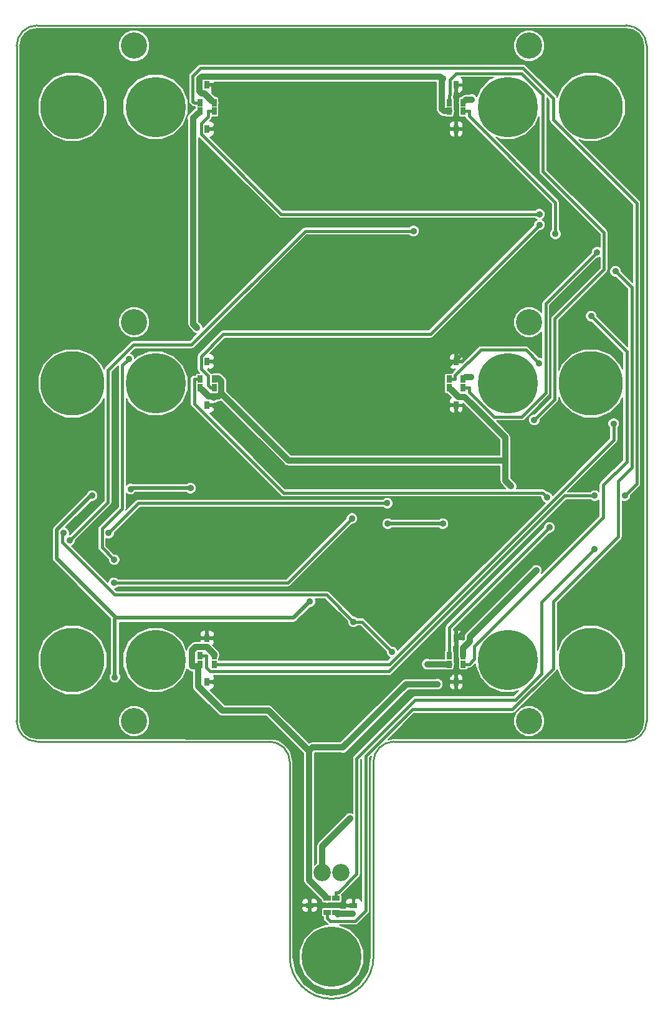
<source format=gbl>
G04 #@! TF.FileFunction,Copper,L2,Bot,Signal*
%FSLAX46Y46*%
G04 Gerber Fmt 4.6, Leading zero omitted, Abs format (unit mm)*
G04 Created by KiCad (PCBNEW 0.201506162246+5763~23~ubuntu14.04.1-product) date Tue 23 Jun 2015 12:58:34 PM EDT*
%MOMM*%
G01*
G04 APERTURE LIST*
%ADD10C,0.100000*%
%ADD11C,0.228600*%
%ADD12C,8.712200*%
%ADD13C,8.128000*%
%ADD14C,3.556000*%
%ADD15C,2.336800*%
%ADD16R,1.000760X0.701040*%
%ADD17R,0.701040X1.000760*%
%ADD18C,0.889000*%
%ADD19C,0.700800*%
%ADD20C,0.812800*%
%ADD21C,0.406400*%
%ADD22C,0.508000*%
%ADD23C,0.203200*%
G04 APERTURE END LIST*
D10*
D11*
X87914480Y-151958040D02*
G75*
G03X99283520Y-151958040I5684520J0D01*
G01*
X99283520Y-125483620D02*
X99283520Y-151958040D01*
X87917020Y-125483620D02*
X87917020Y-151958040D01*
X102064820Y-122702320D02*
G75*
G03X99283520Y-125483620I0J-2781300D01*
G01*
X87917020Y-125483620D02*
G75*
G03X85135720Y-122702320I-2781300J0D01*
G01*
X102064820Y-122702320D02*
X133619240Y-122702320D01*
X53581300Y-122702320D02*
X85135720Y-122702320D01*
X53581300Y-25400000D02*
G75*
G03X50800000Y-28181300I0J-2781300D01*
G01*
X133619240Y-122702320D02*
G75*
G03X136400540Y-119921020I0J2781300D01*
G01*
X136400540Y-28181300D02*
X136400540Y-119921020D01*
X50800000Y-119921020D02*
G75*
G03X53581300Y-122702320I2781300J0D01*
G01*
X50800000Y-28181300D02*
X50800000Y-119921020D01*
X136400540Y-28181300D02*
G75*
G03X133619240Y-25400000I-2781300J0D01*
G01*
X53581300Y-25400000D02*
X133619240Y-25400000D01*
D12*
X128816000Y-111613000D03*
X128816000Y-74051200D03*
X128816000Y-36489600D03*
X58384400Y-111613000D03*
X58384400Y-74051200D03*
X58384400Y-36489600D03*
D13*
X69667100Y-36489600D03*
X117533000Y-36489600D03*
X69667100Y-74051200D03*
X117533000Y-74051200D03*
X69667100Y-111613000D03*
X117533000Y-111613000D03*
X93599000Y-151958000D03*
D14*
X120434000Y-119921000D03*
X66763900Y-119921000D03*
X120434000Y-65742800D03*
X66763900Y-65742800D03*
X120434000Y-28181300D03*
X66763900Y-28181300D03*
D15*
X94869000Y-140503000D03*
X92329000Y-140503000D03*
D16*
X94178120Y-145902960D03*
X94178120Y-144003040D03*
X96575880Y-144953000D03*
D17*
X111477960Y-35910480D03*
X109578040Y-35910480D03*
X110528000Y-33512720D03*
X111477960Y-73472080D03*
X109578040Y-73472080D03*
X110528000Y-71074320D03*
X111477960Y-111033880D03*
X109578040Y-111033880D03*
X110528000Y-108636120D03*
X77622360Y-35910480D03*
X75722440Y-35910480D03*
X76672400Y-33512720D03*
X77622360Y-73472080D03*
X75722440Y-73472080D03*
X76672400Y-71074320D03*
X77622360Y-111033880D03*
X75722440Y-111033880D03*
X76672400Y-108636120D03*
D16*
X93019880Y-144003040D03*
X93019880Y-145902960D03*
X90622120Y-144953000D03*
D17*
X109578040Y-37068720D03*
X111477960Y-37068720D03*
X110528000Y-39466480D03*
X109578040Y-74630320D03*
X111477960Y-74630320D03*
X110528000Y-77028080D03*
X109578040Y-112192120D03*
X111477960Y-112192120D03*
X110528000Y-114589880D03*
X75722440Y-37068720D03*
X77622360Y-37068720D03*
X76672400Y-39466480D03*
X75722440Y-74630320D03*
X77622360Y-74630320D03*
X76672400Y-77028080D03*
X75722440Y-112192120D03*
X77622360Y-112192120D03*
X76672400Y-114589880D03*
D18*
X77595800Y-75952400D03*
X95123000Y-123515500D03*
X112648800Y-35497000D03*
X108740900Y-32623200D03*
X112358600Y-109117300D03*
X96475800Y-146071900D03*
X74639700Y-112409400D03*
X75743900Y-32585600D03*
X106586000Y-112195100D03*
X107950000Y-114887800D03*
X112551000Y-73163800D03*
X117970900Y-87997500D03*
X74781300Y-37979200D03*
X121419200Y-99449300D03*
X75315100Y-66494000D03*
X112464300Y-76695600D03*
X129314400Y-96556100D03*
X121141000Y-78990100D03*
X121778800Y-71303600D03*
X123195700Y-93606000D03*
X133435200Y-89291200D03*
X122856000Y-89511100D03*
X129347500Y-89291200D03*
X74422000Y-88275160D03*
X66294000Y-88402160D03*
X108712000Y-93101160D03*
X101219000Y-93101160D03*
X90653500Y-103680700D03*
X64159500Y-113967800D03*
X61036200Y-89291200D03*
X96091600Y-133141400D03*
X96369100Y-92397300D03*
X64011400Y-101134500D03*
X57201400Y-94371200D03*
X96543600Y-106423500D03*
X101821200Y-110530100D03*
X58004800Y-95366700D03*
X104742800Y-53345900D03*
X101157800Y-90314400D03*
X63285300Y-94371200D03*
X66048500Y-70714400D03*
X64047600Y-97989200D03*
X125984000Y-46365160D03*
X122047000Y-48905160D03*
X120142000Y-87132160D03*
X75184000Y-79766160D03*
X77782600Y-34547700D03*
X78446100Y-114757300D03*
X92075000Y-119999700D03*
X77818000Y-108760600D03*
X109309300Y-71868800D03*
X109618000Y-113588800D03*
X118662600Y-100536700D03*
X77783100Y-77099600D03*
X80617400Y-75095100D03*
X106572100Y-37784300D03*
X116039400Y-83408600D03*
X132156200Y-58811200D03*
X124008900Y-53731200D03*
X129685800Y-56218400D03*
X128867200Y-64900600D03*
X121831800Y-51062500D03*
X121853000Y-52507800D03*
X131929500Y-79504600D03*
D19*
X75950300Y-74858200D02*
X75722400Y-74630300D01*
X77764900Y-73329600D02*
X77622400Y-73472100D01*
D20*
X77595800Y-75791500D02*
X77595800Y-75952400D01*
X76883600Y-75791500D02*
X77595800Y-75791500D01*
X75950300Y-74858200D02*
X76883600Y-75791500D01*
X111891500Y-35497000D02*
X111754600Y-35633900D01*
X112648800Y-35497000D02*
X111891500Y-35497000D01*
D19*
X111754600Y-35633900D02*
X111478000Y-35910500D01*
X92743300Y-143726400D02*
X93019900Y-144003000D01*
D20*
X94562400Y-146071900D02*
X94454700Y-146179600D01*
X96475800Y-146071900D02*
X94562400Y-146071900D01*
D19*
X94454700Y-146179600D02*
X94178100Y-145903000D01*
X75445800Y-112468700D02*
X75722400Y-112192100D01*
D20*
X90499800Y-141482900D02*
X90499800Y-123972400D01*
X92743300Y-143726400D02*
X90499800Y-141482900D01*
X75445800Y-115193100D02*
X75445800Y-112468700D01*
X78762600Y-118509900D02*
X75445800Y-115193100D01*
X85037300Y-118509900D02*
X78762600Y-118509900D01*
X90499800Y-123972400D02*
X85037300Y-118509900D01*
X74699000Y-112468700D02*
X74639700Y-112409400D01*
X75445800Y-112468700D02*
X74699000Y-112468700D01*
D19*
X77675500Y-111033900D02*
X77622400Y-111033900D01*
X77678500Y-111030900D02*
X77675500Y-111033900D01*
D20*
X74639700Y-110326300D02*
X74639700Y-112409400D01*
X75102700Y-109863300D02*
X74639700Y-110326300D01*
X76643700Y-109863300D02*
X75102700Y-109863300D01*
X77678500Y-110898100D02*
X76643700Y-109863300D01*
X77678500Y-111030900D02*
X77678500Y-110898100D01*
D19*
X109575000Y-112195100D02*
X109578000Y-112192100D01*
D20*
X106586000Y-112195100D02*
X109575000Y-112195100D01*
X90956700Y-123515500D02*
X95123000Y-123515500D01*
X90499800Y-123972400D02*
X90956700Y-123515500D01*
D19*
X109575000Y-37071700D02*
X109578000Y-37068700D01*
D20*
X108884100Y-37071700D02*
X109575000Y-37071700D01*
X108551700Y-36739300D02*
X108884100Y-37071700D01*
X108551700Y-32623200D02*
X108551700Y-36739300D01*
X108551700Y-32623200D02*
X108740900Y-32623200D01*
X111478000Y-109997900D02*
X111478000Y-111030800D01*
X112358600Y-109117300D02*
X111478000Y-109997900D01*
D19*
X111478000Y-111030800D02*
X111478000Y-111033900D01*
D20*
X75978000Y-32351500D02*
X75743900Y-32585600D01*
X108280000Y-32351500D02*
X75978000Y-32351500D01*
X108551700Y-32623200D02*
X108280000Y-32351500D01*
X77324700Y-35653000D02*
X77364900Y-35653000D01*
X76345600Y-34673900D02*
X77324700Y-35653000D01*
X76003300Y-34673900D02*
X76345600Y-34673900D01*
X75661100Y-34331700D02*
X76003300Y-34673900D01*
X75661100Y-32668400D02*
X75661100Y-34331700D01*
X75743900Y-32585600D02*
X75661100Y-32668400D01*
D19*
X77364900Y-35653000D02*
X77622400Y-35910500D01*
D20*
X103750700Y-114887800D02*
X107950000Y-114887800D01*
X95123000Y-123515500D02*
X103750700Y-114887800D01*
D19*
X111754600Y-73195500D02*
X111478000Y-73472100D01*
D20*
X111786300Y-73163800D02*
X112551000Y-73163800D01*
X111754600Y-73195500D02*
X111786300Y-73163800D01*
X78261500Y-75791500D02*
X78633700Y-75419300D01*
X77595800Y-75791500D02*
X78261500Y-75791500D01*
X78144200Y-73329600D02*
X77764900Y-73329600D01*
X78633700Y-73819100D02*
X78144200Y-73329600D01*
X78633700Y-75419300D02*
X78633700Y-73819100D01*
D19*
X75445800Y-37345300D02*
X75722400Y-37068700D01*
D20*
X74811900Y-65990800D02*
X74811900Y-37979200D01*
X75315100Y-66494000D02*
X74811900Y-65990800D01*
X74781300Y-37979200D02*
X74811900Y-37979200D01*
X74811900Y-37979200D02*
X75445800Y-37345300D01*
X112358600Y-108509900D02*
X121419200Y-99449300D01*
X112358600Y-109117300D02*
X112358600Y-108509900D01*
D19*
X109854600Y-74906900D02*
X109578000Y-74630300D01*
D20*
X87744200Y-84529800D02*
X78633700Y-75419300D01*
X117196300Y-84529800D02*
X87744200Y-84529800D01*
X117196300Y-87222900D02*
X117196300Y-84529800D01*
X117970900Y-87997500D02*
X117196300Y-87222900D01*
X117196300Y-81427600D02*
X112464300Y-76695600D01*
X117196300Y-84529800D02*
X117196300Y-81427600D01*
X110814600Y-75866900D02*
X109854600Y-74906900D01*
X111635600Y-75866900D02*
X110814600Y-75866900D01*
X112464300Y-76695600D02*
X111635600Y-75866900D01*
D21*
X122090900Y-103779600D02*
X129314400Y-96556100D01*
X122090900Y-113486500D02*
X122090900Y-103779600D01*
X118552800Y-117024600D02*
X122090900Y-113486500D01*
X104944200Y-117024600D02*
X118552800Y-117024600D01*
X97000100Y-124968700D02*
X104944200Y-117024600D01*
X97000100Y-140676000D02*
X97000100Y-124968700D01*
X94481100Y-143195000D02*
X97000100Y-140676000D01*
X94178100Y-143195000D02*
X94481100Y-143195000D01*
X94178100Y-144003000D02*
X94178100Y-143195000D01*
X123916400Y-76214700D02*
X121141000Y-78990100D01*
X123916400Y-65251000D02*
X123916400Y-76214700D01*
X130606900Y-58560500D02*
X123916400Y-65251000D01*
X130606900Y-53555500D02*
X130606900Y-58560500D01*
X122325300Y-45273900D02*
X130606900Y-53555500D01*
X122325300Y-34869400D02*
X122325300Y-45273900D01*
X119397700Y-31941800D02*
X122325300Y-34869400D01*
X110540000Y-31941800D02*
X119397700Y-31941800D01*
X109678300Y-32803500D02*
X110540000Y-31941800D01*
X109678300Y-34852300D02*
X109678300Y-32803500D01*
X109578000Y-34952600D02*
X109678300Y-34852300D01*
X109578000Y-35910500D02*
X109578000Y-34952600D01*
X109578000Y-73472100D02*
X110386000Y-73472100D01*
X119961300Y-69486100D02*
X121778800Y-71303600D01*
X113872500Y-69486100D02*
X119961300Y-69486100D01*
X110386000Y-72972600D02*
X113872500Y-69486100D01*
X110386000Y-73472100D02*
X110386000Y-72972600D01*
X109578000Y-107223700D02*
X123195700Y-93606000D01*
X109578000Y-111033900D02*
X109578000Y-107223700D01*
X75722400Y-35910500D02*
X74914400Y-35910500D01*
X74736300Y-35732400D02*
X74914400Y-35910500D01*
X74736300Y-32282400D02*
X74736300Y-35732400D01*
X75795100Y-31223600D02*
X74736300Y-32282400D01*
X119614000Y-31223600D02*
X75795100Y-31223600D01*
X123724200Y-35333800D02*
X119614000Y-31223600D01*
X123724200Y-38236500D02*
X123724200Y-35333800D01*
X135031400Y-49543700D02*
X123724200Y-38236500D01*
X135031400Y-87695000D02*
X135031400Y-49543700D01*
X133435200Y-89291200D02*
X135031400Y-87695000D01*
X75722400Y-73472100D02*
X74914400Y-73472100D01*
X122244400Y-88899500D02*
X122856000Y-89511100D01*
X87025400Y-88899500D02*
X122244400Y-88899500D01*
X74914400Y-76788500D02*
X87025400Y-88899500D01*
X74914400Y-73472100D02*
X74914400Y-76788500D01*
X125287900Y-89291200D02*
X129347500Y-89291200D01*
X101395100Y-113184000D02*
X125287900Y-89291200D01*
X77108600Y-113184000D02*
X101395100Y-113184000D01*
X76530400Y-112605800D02*
X77108600Y-113184000D01*
X76530400Y-111033900D02*
X76530400Y-112605800D01*
X75722400Y-111033900D02*
X76530400Y-111033900D01*
D22*
X66421000Y-88275160D02*
X74422000Y-88275160D01*
X66294000Y-88402160D02*
X66421000Y-88275160D01*
X101219000Y-93101160D02*
X108712000Y-93101160D01*
X56239300Y-97840500D02*
X64293300Y-105894500D01*
X56239300Y-93968800D02*
X56239300Y-97840500D01*
X60916900Y-89291200D02*
X56239300Y-93968800D01*
X61036200Y-89291200D02*
X60916900Y-89291200D01*
X88439700Y-105894500D02*
X64293300Y-105894500D01*
X90653500Y-103680700D02*
X88439700Y-105894500D01*
X64159600Y-113967800D02*
X64159500Y-113967800D01*
X64159600Y-106028200D02*
X64159600Y-113967800D01*
X64293300Y-105894500D02*
X64159600Y-106028200D01*
D20*
X92329000Y-136904000D02*
X92329000Y-140503000D01*
X96091600Y-133141400D02*
X92329000Y-136904000D01*
D21*
X87631900Y-101134500D02*
X96369100Y-92397300D01*
X64011400Y-101134500D02*
X87631900Y-101134500D01*
X57026000Y-94546600D02*
X57201400Y-94371200D01*
X57026000Y-95663400D02*
X57026000Y-94546600D01*
X64137700Y-102775100D02*
X57026000Y-95663400D01*
X92895200Y-102775100D02*
X64137700Y-102775100D01*
X96543600Y-106423500D02*
X92895200Y-102775100D01*
X97714600Y-106423500D02*
X101821200Y-110530100D01*
X96543600Y-106423500D02*
X97714600Y-106423500D01*
X89987400Y-53345900D02*
X104742800Y-53345900D01*
X74555600Y-68777700D02*
X89987400Y-53345900D01*
X66684400Y-68777700D02*
X74555600Y-68777700D01*
X63198100Y-72264000D02*
X66684400Y-68777700D01*
X63198100Y-90173400D02*
X63198100Y-72264000D01*
X58004800Y-95366700D02*
X63198100Y-90173400D01*
X67342100Y-90314400D02*
X101157800Y-90314400D01*
X63285300Y-94371200D02*
X67342100Y-90314400D01*
X62383200Y-96324800D02*
X64047600Y-97989200D01*
X62383200Y-93799600D02*
X62383200Y-96324800D01*
X65145600Y-91037200D02*
X62383200Y-93799600D01*
X65145600Y-71617300D02*
X65145600Y-91037200D01*
X66048500Y-70714400D02*
X65145600Y-71617300D01*
D22*
X121597980Y-49481180D02*
X121597980Y-49354180D01*
X121597980Y-49354180D02*
X122047000Y-48905160D01*
X76672400Y-33512700D02*
X77531200Y-33512700D01*
X110528000Y-33512700D02*
X110528000Y-34521400D01*
X76672400Y-114589900D02*
X77531200Y-114589900D01*
X77698600Y-114757300D02*
X78446100Y-114757300D01*
X77531200Y-114589900D02*
X77698600Y-114757300D01*
X77693500Y-108636100D02*
X77818000Y-108760600D01*
X76672400Y-108636100D02*
X77693500Y-108636100D01*
X76672400Y-108636100D02*
X75813600Y-108636100D01*
X74216900Y-107039400D02*
X75813600Y-108636100D01*
X67727800Y-107039400D02*
X74216900Y-107039400D01*
X65055500Y-109711700D02*
X67727800Y-107039400D01*
X65055500Y-113474300D02*
X65055500Y-109711700D01*
X73764800Y-122183600D02*
X65055500Y-113474300D01*
X86488000Y-122183600D02*
X73764800Y-122183600D01*
X88740600Y-124436200D02*
X86488000Y-122183600D01*
X88740600Y-142212700D02*
X88740600Y-124436200D01*
X90622100Y-144094200D02*
X88740600Y-142212700D01*
X90622100Y-144716800D02*
X90622100Y-144094200D01*
X90622100Y-144716800D02*
X90622100Y-144861900D01*
X90622100Y-144953000D02*
X90622100Y-144861900D01*
X95476100Y-144861900D02*
X95567200Y-144953000D01*
X90622100Y-144861900D02*
X95476100Y-144861900D01*
X96575900Y-144953000D02*
X95567200Y-144953000D01*
X110508900Y-39466500D02*
X110489800Y-39466500D01*
X110508900Y-39466500D02*
X110528000Y-39466500D01*
X110528000Y-71074300D02*
X110313300Y-71074300D01*
X110528000Y-39466500D02*
X111386800Y-39466500D01*
X111583300Y-39466500D02*
X111386800Y-39466500D01*
X122810200Y-50693400D02*
X121597980Y-49481180D01*
X121597980Y-49481180D02*
X111583300Y-39466500D01*
X122810200Y-58577400D02*
X122810200Y-50693400D01*
X110313300Y-71074300D02*
X122810200Y-58577400D01*
X77531200Y-34296300D02*
X77782600Y-34547700D01*
X77531200Y-33512700D02*
X77531200Y-34296300D01*
X110489800Y-39466500D02*
X110489800Y-38154800D01*
X110489800Y-34559600D02*
X110528000Y-34521400D01*
X110489800Y-38154800D02*
X110489800Y-34559600D01*
X110103800Y-71074300D02*
X109309300Y-71868800D01*
X110313300Y-71074300D02*
X110103800Y-71074300D01*
X76672400Y-39466500D02*
X77531200Y-39466500D01*
X77915300Y-34547700D02*
X77782600Y-34547700D01*
X78842900Y-35475300D02*
X77915300Y-34547700D01*
X78842900Y-38154800D02*
X78842900Y-35475300D01*
X78842900Y-38154800D02*
X77531200Y-39466500D01*
X76672400Y-71074300D02*
X77531200Y-71074300D01*
X110528000Y-108636100D02*
X110563200Y-108636100D01*
X110563200Y-108636100D02*
X118662600Y-100536700D01*
X110098600Y-77028100D02*
X109669200Y-77028100D01*
X110528000Y-114589900D02*
X110528000Y-113581200D01*
X86832600Y-114757300D02*
X92075000Y-119999700D01*
X78446100Y-114757300D02*
X86832600Y-114757300D01*
X110145400Y-113198500D02*
X110528000Y-113581200D01*
X110563200Y-112780700D02*
X110145400Y-113198500D01*
X110563200Y-108636100D02*
X110563200Y-112780700D01*
X109755100Y-113588800D02*
X109618000Y-113588800D01*
X110145400Y-113198500D02*
X109755100Y-113588800D01*
X76672400Y-77028100D02*
X77531200Y-77028100D01*
X77602700Y-77099600D02*
X77783100Y-77099600D01*
X77531200Y-77028100D02*
X77602700Y-77099600D01*
X81084700Y-74627800D02*
X80617400Y-75095100D01*
X81084700Y-74627800D02*
X77531200Y-71074300D01*
X108692700Y-74627800D02*
X81084700Y-74627800D01*
X108692700Y-72485400D02*
X108692700Y-74627800D01*
X109309300Y-71868800D02*
X108692700Y-72485400D01*
X108692700Y-76051600D02*
X109669200Y-77028100D01*
X108692700Y-74627800D02*
X108692700Y-76051600D01*
X78842900Y-38154800D02*
X106572100Y-38154800D01*
X106572100Y-38154800D02*
X110489800Y-38154800D01*
X106572100Y-38154800D02*
X106572100Y-37784300D01*
X110528000Y-77028100D02*
X110098600Y-77028100D01*
X110667600Y-78036800D02*
X116039400Y-83408600D01*
X110528000Y-78036800D02*
X110667600Y-78036800D01*
X110528000Y-77028100D02*
X110528000Y-78036800D01*
X102930900Y-113588800D02*
X109618000Y-113588800D01*
X96520000Y-119999700D02*
X102930900Y-113588800D01*
X92075000Y-119999700D02*
X96520000Y-119999700D01*
D21*
X93019900Y-145903000D02*
X93019900Y-146711000D01*
X134357100Y-61012100D02*
X132156200Y-58811200D01*
X134357100Y-85459600D02*
X134357100Y-61012100D01*
X132532700Y-87284000D02*
X134357100Y-85459600D01*
X132532700Y-94862900D02*
X132532700Y-87284000D01*
X123722700Y-103672900D02*
X132532700Y-94862900D01*
X123722700Y-112789200D02*
X123722700Y-103672900D01*
X118165800Y-118346100D02*
X123722700Y-112789200D01*
X104557200Y-118346100D02*
X118165800Y-118346100D01*
X98218300Y-124685000D02*
X104557200Y-118346100D01*
X98218300Y-145674300D02*
X98218300Y-124685000D01*
X96812400Y-147080200D02*
X98218300Y-145674300D01*
X93389100Y-147080200D02*
X96812400Y-147080200D01*
X93019900Y-146711000D02*
X93389100Y-147080200D01*
X111478000Y-37068700D02*
X112286000Y-37068700D01*
X124008900Y-49474900D02*
X124008900Y-53731200D01*
X112286000Y-37752000D02*
X124008900Y-49474900D01*
X112286000Y-37068700D02*
X112286000Y-37752000D01*
X111478000Y-74630300D02*
X112286000Y-74630300D01*
X112286000Y-75236300D02*
X112286000Y-74630300D01*
X115641600Y-78591900D02*
X112286000Y-75236300D01*
X119404900Y-78591900D02*
X115641600Y-78591900D01*
X122680900Y-75315900D02*
X119404900Y-78591900D01*
X122680900Y-63223300D02*
X122680900Y-75315900D01*
X129685800Y-56218400D02*
X122680900Y-63223300D01*
X111478000Y-112192100D02*
X112286000Y-112192100D01*
X113011500Y-111466600D02*
X112286000Y-112192100D01*
X113011500Y-109740200D02*
X113011500Y-111466600D01*
X130488400Y-92263300D02*
X113011500Y-109740200D01*
X130488400Y-87846500D02*
X130488400Y-92263300D01*
X133672800Y-84662100D02*
X130488400Y-87846500D01*
X133672800Y-69706200D02*
X133672800Y-84662100D01*
X128867200Y-64900600D02*
X133672800Y-69706200D01*
X77622400Y-37068700D02*
X76814400Y-37068700D01*
X86758200Y-51062500D02*
X121831800Y-51062500D01*
X75864300Y-40168600D02*
X86758200Y-51062500D01*
X75864300Y-38742300D02*
X75864300Y-40168600D01*
X76814400Y-37792200D02*
X75864300Y-38742300D01*
X76814400Y-37068700D02*
X76814400Y-37792200D01*
X77198600Y-74630300D02*
X77622400Y-74630300D01*
X76814300Y-74246000D02*
X77198600Y-74630300D01*
X76814300Y-73056100D02*
X76814300Y-74246000D01*
X75864300Y-72106100D02*
X76814300Y-73056100D01*
X75864300Y-70366900D02*
X75864300Y-72106100D01*
X78883800Y-67347400D02*
X75864300Y-70366900D01*
X107013400Y-67347400D02*
X78883800Y-67347400D01*
X121853000Y-52507800D02*
X107013400Y-67347400D01*
X101452500Y-112192100D02*
X77622400Y-112192100D01*
X131929500Y-81715100D02*
X101452500Y-112192100D01*
X131929500Y-79504600D02*
X131929500Y-81715100D01*
D23*
G36*
X134520072Y-26006497D02*
X134520072Y-26006497D01*
X135283762Y-26516778D01*
X135794043Y-27280469D01*
X135981440Y-28222577D01*
X135981440Y-119879743D01*
X135794043Y-120821851D01*
X135283762Y-121585542D01*
X134520072Y-122095823D01*
X133577963Y-122283220D01*
X102064820Y-122283220D01*
X102024335Y-122291273D01*
X101983058Y-122291273D01*
X101258083Y-122435480D01*
X104788663Y-118904900D01*
X118165800Y-118904900D01*
X118379644Y-118862364D01*
X118560931Y-118741231D01*
X119515132Y-117787030D01*
X120011463Y-117787030D01*
X119226991Y-118111167D01*
X118626276Y-118710835D01*
X118300771Y-119494739D01*
X118300030Y-120343537D01*
X118624167Y-121128009D01*
X119223835Y-121728724D01*
X120007739Y-122054229D01*
X120856537Y-122054970D01*
X121641009Y-121730833D01*
X122241724Y-121131165D01*
X122567229Y-120347261D01*
X122567970Y-119498463D01*
X122243833Y-118713991D01*
X121644165Y-118113276D01*
X120860261Y-117787771D01*
X120011463Y-117787030D01*
X119515132Y-117787030D01*
X124117831Y-113184332D01*
X124182668Y-113087296D01*
X124238964Y-113003044D01*
X124256292Y-112915928D01*
X124819286Y-114278477D01*
X126143551Y-115605056D01*
X127874673Y-116323881D01*
X129749103Y-116325516D01*
X131481477Y-115609714D01*
X132808056Y-114285449D01*
X133526881Y-112554327D01*
X133528516Y-110679897D01*
X132812714Y-108947523D01*
X131488449Y-107620944D01*
X129757327Y-106902119D01*
X127882897Y-106900484D01*
X126150523Y-107616286D01*
X124823944Y-108940551D01*
X124281500Y-110246901D01*
X124281500Y-103904362D01*
X132927831Y-95258032D01*
X133048964Y-95076744D01*
X133054306Y-95049887D01*
X133091500Y-94862900D01*
X133091500Y-90014819D01*
X133275352Y-90091161D01*
X133593652Y-90091439D01*
X133887828Y-89969887D01*
X134113096Y-89745012D01*
X134235161Y-89451048D01*
X134235309Y-89281353D01*
X135426531Y-88090131D01*
X135547665Y-87908843D01*
X135590200Y-87695000D01*
X135590200Y-49543700D01*
X135576515Y-49474900D01*
X135547665Y-49329857D01*
X135426532Y-49148569D01*
X127197083Y-40919121D01*
X127874673Y-41200481D01*
X129749103Y-41202116D01*
X131481477Y-40486314D01*
X132808056Y-39162049D01*
X133526881Y-37430927D01*
X133528516Y-35556497D01*
X132812714Y-33824123D01*
X131488449Y-32497544D01*
X129757327Y-31778719D01*
X127882897Y-31777084D01*
X126150523Y-32492886D01*
X124823944Y-33817151D01*
X124254232Y-35189169D01*
X124240465Y-35119957D01*
X124119332Y-34938669D01*
X120009131Y-30828469D01*
X119827844Y-30707336D01*
X119614000Y-30664800D01*
X75795100Y-30664800D01*
X75581256Y-30707336D01*
X75399969Y-30828469D01*
X74341169Y-31887269D01*
X74220036Y-32068556D01*
X74177500Y-32282400D01*
X74177500Y-35732400D01*
X74220036Y-35946244D01*
X74341169Y-36127531D01*
X74519268Y-36305631D01*
X74682950Y-36415000D01*
X74700556Y-36426764D01*
X74914400Y-36469300D01*
X75072488Y-36469300D01*
X75076679Y-36490901D01*
X75061149Y-36568340D01*
X75061149Y-36703476D01*
X74906985Y-36806485D01*
X74472306Y-37241164D01*
X74328672Y-37300513D01*
X74103404Y-37525388D01*
X73981339Y-37819352D01*
X73981061Y-38137652D01*
X74049900Y-38304254D01*
X74049900Y-65990800D01*
X74107904Y-66282405D01*
X74249288Y-66494000D01*
X74273085Y-66529615D01*
X74598612Y-66855142D01*
X74636413Y-66946628D01*
X74861288Y-67171896D01*
X75155252Y-67293961D01*
X75248995Y-67294043D01*
X74324138Y-68218900D01*
X66684400Y-68218900D01*
X66470556Y-68261436D01*
X66289269Y-68382569D01*
X62802969Y-71868869D01*
X62681836Y-72050156D01*
X62673327Y-72092933D01*
X62381114Y-71385723D01*
X61056849Y-70059144D01*
X59325727Y-69340319D01*
X57451297Y-69338684D01*
X55718923Y-70054486D01*
X54392344Y-71378751D01*
X53673519Y-73109873D01*
X53671884Y-74984303D01*
X54387686Y-76716677D01*
X55711951Y-78043256D01*
X57443073Y-78762081D01*
X59317503Y-78763716D01*
X61049877Y-78047914D01*
X62376456Y-76723649D01*
X62639300Y-76090651D01*
X62639300Y-89941938D01*
X58014630Y-94566608D01*
X57986605Y-94566583D01*
X58001361Y-94531048D01*
X58001639Y-94212748D01*
X57880087Y-93918572D01*
X57655212Y-93693304D01*
X57458558Y-93611646D01*
X60978954Y-90091251D01*
X61194652Y-90091439D01*
X61488828Y-89969887D01*
X61714096Y-89745012D01*
X61836161Y-89451048D01*
X61836439Y-89132748D01*
X61714887Y-88838572D01*
X61490012Y-88613304D01*
X61196048Y-88491239D01*
X60877748Y-88490961D01*
X60583572Y-88612513D01*
X60358304Y-88837388D01*
X60251574Y-89094421D01*
X55808248Y-93537748D01*
X55676103Y-93735516D01*
X55629700Y-93968800D01*
X55629700Y-97840500D01*
X55676103Y-98073784D01*
X55808248Y-98271552D01*
X63552471Y-106015775D01*
X63550000Y-106028200D01*
X63550000Y-113445711D01*
X63481604Y-113513988D01*
X63359539Y-113807952D01*
X63359261Y-114126252D01*
X63480813Y-114420428D01*
X63705688Y-114645696D01*
X63999652Y-114767761D01*
X64317952Y-114768039D01*
X64612128Y-114646487D01*
X64837396Y-114421612D01*
X64959461Y-114127648D01*
X64959739Y-113809348D01*
X64838187Y-113515172D01*
X64769200Y-113446064D01*
X64769200Y-106504100D01*
X88439700Y-106504100D01*
X88672984Y-106457697D01*
X88870752Y-106325552D01*
X90715449Y-104480855D01*
X90811952Y-104480939D01*
X91106128Y-104359387D01*
X91331396Y-104134512D01*
X91453461Y-103840548D01*
X91453739Y-103522248D01*
X91375915Y-103333900D01*
X92663738Y-103333900D01*
X95743508Y-106413670D01*
X95743361Y-106581952D01*
X95864913Y-106876128D01*
X96089788Y-107101396D01*
X96383752Y-107223461D01*
X96702052Y-107223739D01*
X96996228Y-107102187D01*
X97116325Y-106982300D01*
X97483138Y-106982300D01*
X101021108Y-110520271D01*
X101020961Y-110688552D01*
X101142513Y-110982728D01*
X101367388Y-111207996D01*
X101564495Y-111289843D01*
X101221038Y-111633300D01*
X78272312Y-111633300D01*
X78268121Y-111611699D01*
X78283651Y-111534260D01*
X78283651Y-111470436D01*
X78382496Y-111322505D01*
X78440500Y-111030900D01*
X78440500Y-110898100D01*
X78382496Y-110606495D01*
X78356304Y-110567296D01*
X78263162Y-110427899D01*
X78261102Y-110417281D01*
X78194003Y-110315135D01*
X78129887Y-110271856D01*
X77439778Y-109581747D01*
X77539714Y-109481811D01*
X77632520Y-109257757D01*
X77632520Y-108940920D01*
X77480120Y-108788520D01*
X76824800Y-108788520D01*
X76824800Y-108808520D01*
X76520000Y-108808520D01*
X76520000Y-108788520D01*
X75864680Y-108788520D01*
X75712280Y-108940920D01*
X75712280Y-109101300D01*
X75102700Y-109101300D01*
X74811095Y-109159304D01*
X74636819Y-109275752D01*
X74563885Y-109324485D01*
X74100885Y-109787485D01*
X73935704Y-110034695D01*
X73890621Y-110261344D01*
X73416039Y-109112768D01*
X72173871Y-107868430D01*
X71349546Y-107526140D01*
X76200623Y-107526140D01*
X75976569Y-107618946D01*
X75805086Y-107790429D01*
X75712280Y-108014483D01*
X75712280Y-108331320D01*
X75864680Y-108483720D01*
X76520000Y-108483720D01*
X76520000Y-107678540D01*
X76367600Y-107526140D01*
X76977200Y-107526140D01*
X76824800Y-107678540D01*
X76824800Y-108483720D01*
X77480120Y-108483720D01*
X77632520Y-108331320D01*
X77632520Y-108014483D01*
X77539714Y-107790429D01*
X77368231Y-107618946D01*
X77144177Y-107526140D01*
X76977200Y-107526140D01*
X76367600Y-107526140D01*
X76367600Y-107526140D01*
X76200623Y-107526140D01*
X71349546Y-107526140D01*
X70550070Y-107194169D01*
X68791844Y-107192635D01*
X67166868Y-107864061D01*
X65922530Y-109106229D01*
X65248269Y-110730030D01*
X65246735Y-112488256D01*
X65918161Y-114113232D01*
X67160329Y-115357570D01*
X68784130Y-116031831D01*
X70542356Y-116033365D01*
X72167332Y-115361939D01*
X73411670Y-114119771D01*
X73947505Y-112829337D01*
X73961013Y-112862028D01*
X74185888Y-113087296D01*
X74479852Y-113209361D01*
X74592215Y-113209459D01*
X74683800Y-113227677D01*
X74683800Y-115193100D01*
X74741804Y-115484705D01*
X74906985Y-115731915D01*
X78223785Y-119048716D01*
X78470996Y-119213897D01*
X78762600Y-119271900D01*
X84721670Y-119271900D01*
X89737800Y-124288031D01*
X89737800Y-141482900D01*
X89795804Y-141774505D01*
X89930402Y-141975944D01*
X89960985Y-142021715D01*
X92204485Y-144265215D01*
X92208729Y-144268051D01*
X92208729Y-144353560D01*
X92231278Y-144469779D01*
X92298377Y-144571925D01*
X92399673Y-144640301D01*
X92519500Y-144664331D01*
X92795334Y-144664331D01*
X93019900Y-144708999D01*
X93244465Y-144664331D01*
X93520260Y-144664331D01*
X93600301Y-144648801D01*
X93677740Y-144664331D01*
X94678500Y-144664331D01*
X94794719Y-144641782D01*
X94896865Y-144574683D01*
X94965241Y-144473387D01*
X94989271Y-144353560D01*
X94989271Y-143992880D01*
X95954243Y-143992880D01*
X95730189Y-144085686D01*
X95558706Y-144257169D01*
X95465900Y-144481223D01*
X95465900Y-144648200D01*
X95618300Y-144800600D01*
X96423480Y-144800600D01*
X96423480Y-144145280D01*
X96271080Y-143992880D01*
X95954243Y-143992880D01*
X94989271Y-143992880D01*
X94989271Y-143652520D01*
X94966722Y-143536301D01*
X94952187Y-143514175D01*
X97395231Y-141071131D01*
X97480121Y-140944085D01*
X97516364Y-140889844D01*
X97558900Y-140676000D01*
X97558900Y-125200162D01*
X97659500Y-125099562D01*
X97659500Y-144417584D01*
X97593054Y-144257169D01*
X97421571Y-144085686D01*
X97197517Y-143992880D01*
X96880680Y-143992880D01*
X96728280Y-144145280D01*
X96728280Y-144800600D01*
X96748280Y-144800600D01*
X96748280Y-145105400D01*
X96728280Y-145105400D01*
X96728280Y-145125400D01*
X96423480Y-145125400D01*
X96423480Y-145105400D01*
X95618300Y-145105400D01*
X95465900Y-145257800D01*
X95465900Y-145309900D01*
X94863809Y-145309900D01*
X94798327Y-145265699D01*
X94678500Y-145241669D01*
X94402665Y-145241669D01*
X94178100Y-145197001D01*
X93953535Y-145241669D01*
X93677740Y-145241669D01*
X93597699Y-145257199D01*
X93520260Y-145241669D01*
X92519500Y-145241669D01*
X92403281Y-145264218D01*
X92301135Y-145331317D01*
X92232759Y-145432613D01*
X92208729Y-145552440D01*
X92208729Y-146253480D01*
X92231278Y-146369699D01*
X92298377Y-146471845D01*
X92399673Y-146540221D01*
X92461100Y-146552540D01*
X92461100Y-146711000D01*
X92503636Y-146924844D01*
X92607442Y-147080200D01*
X92624769Y-147106131D01*
X92993969Y-147475332D01*
X93087687Y-147537953D01*
X92723744Y-147537635D01*
X91098768Y-148209061D01*
X89854430Y-149451229D01*
X89180169Y-151075030D01*
X89178635Y-152833256D01*
X89850061Y-154458232D01*
X91092229Y-155702570D01*
X92716030Y-156376831D01*
X94474256Y-156378365D01*
X96099232Y-155706939D01*
X97343570Y-154464771D01*
X98017831Y-152840970D01*
X98019365Y-151082744D01*
X97347939Y-149457768D01*
X96105771Y-148213430D01*
X94722390Y-147639000D01*
X96812400Y-147639000D01*
X97026244Y-147596464D01*
X97207531Y-147475331D01*
X98613431Y-146069431D01*
X98717875Y-145913120D01*
X98734564Y-145888144D01*
X98777100Y-145674300D01*
X98777100Y-124916462D01*
X99016680Y-124676882D01*
X98872473Y-125401858D01*
X98872473Y-125443135D01*
X98864420Y-125483620D01*
X98864420Y-151916763D01*
X98456029Y-153969886D01*
X97316409Y-155675449D01*
X95610847Y-156815069D01*
X93599000Y-157215250D01*
X91587154Y-156815069D01*
X89881591Y-155675449D01*
X88741971Y-153969887D01*
X88336120Y-151929533D01*
X88336120Y-145105400D01*
X89664540Y-145105400D01*
X89512140Y-145257800D01*
X89512140Y-145424777D01*
X89604946Y-145648831D01*
X89776429Y-145820314D01*
X90000483Y-145913120D01*
X90317320Y-145913120D01*
X90469720Y-145760720D01*
X90469720Y-145105400D01*
X90774520Y-145105400D01*
X90774520Y-145760720D01*
X90926920Y-145913120D01*
X91243757Y-145913120D01*
X91467811Y-145820314D01*
X91639294Y-145648831D01*
X91732100Y-145424777D01*
X91732100Y-145257800D01*
X91579700Y-145105400D01*
X90774520Y-145105400D01*
X90469720Y-145105400D01*
X90469720Y-145105400D01*
X89664540Y-145105400D01*
X88336120Y-145105400D01*
X88336120Y-143992880D01*
X90000483Y-143992880D01*
X89776429Y-144085686D01*
X89604946Y-144257169D01*
X89512140Y-144481223D01*
X89512140Y-144648200D01*
X89664540Y-144800600D01*
X90469720Y-144800600D01*
X90469720Y-144145280D01*
X90317320Y-143992880D01*
X90926920Y-143992880D01*
X90774520Y-144145280D01*
X90774520Y-144800600D01*
X91579700Y-144800600D01*
X91732100Y-144648200D01*
X91732100Y-144481223D01*
X91639294Y-144257169D01*
X91467811Y-144085686D01*
X91243757Y-143992880D01*
X90926920Y-143992880D01*
X90317320Y-143992880D01*
X90317320Y-143992880D01*
X90000483Y-143992880D01*
X88336120Y-143992880D01*
X88336120Y-125483620D01*
X88328067Y-125443135D01*
X88328067Y-125401858D01*
X88116354Y-124337506D01*
X88116354Y-124337501D01*
X88053775Y-124186424D01*
X88053775Y-124186423D01*
X88053773Y-124186421D01*
X87450865Y-123284105D01*
X87429262Y-123262502D01*
X87335236Y-123168475D01*
X86432919Y-122565567D01*
X86432917Y-122565565D01*
X86281839Y-122502987D01*
X85217482Y-122291273D01*
X85176205Y-122291273D01*
X85135720Y-122283220D01*
X53622577Y-122283220D01*
X52680469Y-122095823D01*
X51916778Y-121585542D01*
X51406497Y-120821852D01*
X51219100Y-119879743D01*
X51219100Y-117787030D01*
X66341363Y-117787030D01*
X65556891Y-118111167D01*
X64956176Y-118710835D01*
X64630671Y-119494739D01*
X64629930Y-120343537D01*
X64954067Y-121128009D01*
X65553735Y-121728724D01*
X66337639Y-122054229D01*
X67186437Y-122054970D01*
X67970909Y-121730833D01*
X68571624Y-121131165D01*
X68897129Y-120347261D01*
X68897870Y-119498463D01*
X68573733Y-118713991D01*
X67974065Y-118113276D01*
X67190161Y-117787771D01*
X66341363Y-117787030D01*
X51219100Y-117787030D01*
X51219100Y-106900484D01*
X57451297Y-106900484D01*
X55718923Y-107616286D01*
X54392344Y-108940551D01*
X53673519Y-110671673D01*
X53671884Y-112546103D01*
X54387686Y-114278477D01*
X55711951Y-115605056D01*
X57443073Y-116323881D01*
X59317503Y-116325516D01*
X61049877Y-115609714D01*
X62376456Y-114285449D01*
X63095281Y-112554327D01*
X63096916Y-110679897D01*
X62381114Y-108947523D01*
X61056849Y-107620944D01*
X59325727Y-106902119D01*
X57451297Y-106900484D01*
X51219100Y-106900484D01*
X51219100Y-63608830D01*
X66341363Y-63608830D01*
X65556891Y-63932967D01*
X64956176Y-64532635D01*
X64630671Y-65316539D01*
X64629930Y-66165337D01*
X64954067Y-66949809D01*
X65553735Y-67550524D01*
X66337639Y-67876029D01*
X67186437Y-67876770D01*
X67970909Y-67552633D01*
X68571624Y-66952965D01*
X68897129Y-66169061D01*
X68897870Y-65320263D01*
X68573733Y-64535791D01*
X67974065Y-63935076D01*
X67190161Y-63609571D01*
X66341363Y-63608830D01*
X51219100Y-63608830D01*
X51219100Y-31777084D01*
X57451297Y-31777084D01*
X55718923Y-32492886D01*
X54392344Y-33817151D01*
X53673519Y-35548273D01*
X53671884Y-37422703D01*
X54387686Y-39155077D01*
X55711951Y-40481656D01*
X57443073Y-41200481D01*
X59317503Y-41202116D01*
X61049877Y-40486314D01*
X62376456Y-39162049D01*
X63095281Y-37430927D01*
X63096916Y-35556497D01*
X62381114Y-33824123D01*
X61056849Y-32497544D01*
X60025367Y-32069235D01*
X68791844Y-32069235D01*
X67166868Y-32740661D01*
X65922530Y-33982829D01*
X65248269Y-35606630D01*
X65246735Y-37364856D01*
X65918161Y-38989832D01*
X67160329Y-40234170D01*
X68784130Y-40908431D01*
X70542356Y-40909965D01*
X72167332Y-40238539D01*
X73411670Y-38996371D01*
X74085931Y-37372570D01*
X74087465Y-35614344D01*
X73416039Y-33989368D01*
X72173871Y-32745030D01*
X70550070Y-32070769D01*
X68791844Y-32069235D01*
X60025367Y-32069235D01*
X59325727Y-31778719D01*
X57451297Y-31777084D01*
X51219100Y-31777084D01*
X51219100Y-28222577D01*
X51406497Y-27280468D01*
X51916778Y-26516778D01*
X52619357Y-26047330D01*
X66341363Y-26047330D01*
X65556891Y-26371467D01*
X64956176Y-26971135D01*
X64630671Y-27755039D01*
X64629930Y-28603837D01*
X64954067Y-29388309D01*
X65553735Y-29989024D01*
X66337639Y-30314529D01*
X67186437Y-30315270D01*
X67970909Y-29991133D01*
X68571624Y-29391465D01*
X68897129Y-28607561D01*
X68897870Y-27758763D01*
X68573733Y-26974291D01*
X67974065Y-26373576D01*
X67190161Y-26048071D01*
X66341363Y-26047330D01*
X120011463Y-26047330D01*
X119226991Y-26371467D01*
X118626276Y-26971135D01*
X118300771Y-27755039D01*
X118300030Y-28603837D01*
X118624167Y-29388309D01*
X119223835Y-29989024D01*
X120007739Y-30314529D01*
X120856537Y-30315270D01*
X121641009Y-29991133D01*
X122241724Y-29391465D01*
X122567229Y-28607561D01*
X122567970Y-27758763D01*
X122243833Y-26974291D01*
X121644165Y-26373576D01*
X120860261Y-26048071D01*
X120011463Y-26047330D01*
X66341363Y-26047330D01*
X66341363Y-26047330D01*
X52619357Y-26047330D01*
X52680469Y-26006497D01*
X53622577Y-25819100D01*
X133577963Y-25819100D01*
X134520072Y-26006497D01*
X134520072Y-26006497D01*
G37*
X134520072Y-26006497D02*
X134520072Y-26006497D01*
X135283762Y-26516778D01*
X135794043Y-27280469D01*
X135981440Y-28222577D01*
X135981440Y-119879743D01*
X135794043Y-120821851D01*
X135283762Y-121585542D01*
X134520072Y-122095823D01*
X133577963Y-122283220D01*
X102064820Y-122283220D01*
X102024335Y-122291273D01*
X101983058Y-122291273D01*
X101258083Y-122435480D01*
X104788663Y-118904900D01*
X118165800Y-118904900D01*
X118379644Y-118862364D01*
X118560931Y-118741231D01*
X119515132Y-117787030D01*
X120011463Y-117787030D01*
X119226991Y-118111167D01*
X118626276Y-118710835D01*
X118300771Y-119494739D01*
X118300030Y-120343537D01*
X118624167Y-121128009D01*
X119223835Y-121728724D01*
X120007739Y-122054229D01*
X120856537Y-122054970D01*
X121641009Y-121730833D01*
X122241724Y-121131165D01*
X122567229Y-120347261D01*
X122567970Y-119498463D01*
X122243833Y-118713991D01*
X121644165Y-118113276D01*
X120860261Y-117787771D01*
X120011463Y-117787030D01*
X119515132Y-117787030D01*
X124117831Y-113184332D01*
X124182668Y-113087296D01*
X124238964Y-113003044D01*
X124256292Y-112915928D01*
X124819286Y-114278477D01*
X126143551Y-115605056D01*
X127874673Y-116323881D01*
X129749103Y-116325516D01*
X131481477Y-115609714D01*
X132808056Y-114285449D01*
X133526881Y-112554327D01*
X133528516Y-110679897D01*
X132812714Y-108947523D01*
X131488449Y-107620944D01*
X129757327Y-106902119D01*
X127882897Y-106900484D01*
X126150523Y-107616286D01*
X124823944Y-108940551D01*
X124281500Y-110246901D01*
X124281500Y-103904362D01*
X132927831Y-95258032D01*
X133048964Y-95076744D01*
X133054306Y-95049887D01*
X133091500Y-94862900D01*
X133091500Y-90014819D01*
X133275352Y-90091161D01*
X133593652Y-90091439D01*
X133887828Y-89969887D01*
X134113096Y-89745012D01*
X134235161Y-89451048D01*
X134235309Y-89281353D01*
X135426531Y-88090131D01*
X135547665Y-87908843D01*
X135590200Y-87695000D01*
X135590200Y-49543700D01*
X135576515Y-49474900D01*
X135547665Y-49329857D01*
X135426532Y-49148569D01*
X127197083Y-40919121D01*
X127874673Y-41200481D01*
X129749103Y-41202116D01*
X131481477Y-40486314D01*
X132808056Y-39162049D01*
X133526881Y-37430927D01*
X133528516Y-35556497D01*
X132812714Y-33824123D01*
X131488449Y-32497544D01*
X129757327Y-31778719D01*
X127882897Y-31777084D01*
X126150523Y-32492886D01*
X124823944Y-33817151D01*
X124254232Y-35189169D01*
X124240465Y-35119957D01*
X124119332Y-34938669D01*
X120009131Y-30828469D01*
X119827844Y-30707336D01*
X119614000Y-30664800D01*
X75795100Y-30664800D01*
X75581256Y-30707336D01*
X75399969Y-30828469D01*
X74341169Y-31887269D01*
X74220036Y-32068556D01*
X74177500Y-32282400D01*
X74177500Y-35732400D01*
X74220036Y-35946244D01*
X74341169Y-36127531D01*
X74519268Y-36305631D01*
X74682950Y-36415000D01*
X74700556Y-36426764D01*
X74914400Y-36469300D01*
X75072488Y-36469300D01*
X75076679Y-36490901D01*
X75061149Y-36568340D01*
X75061149Y-36703476D01*
X74906985Y-36806485D01*
X74472306Y-37241164D01*
X74328672Y-37300513D01*
X74103404Y-37525388D01*
X73981339Y-37819352D01*
X73981061Y-38137652D01*
X74049900Y-38304254D01*
X74049900Y-65990800D01*
X74107904Y-66282405D01*
X74249288Y-66494000D01*
X74273085Y-66529615D01*
X74598612Y-66855142D01*
X74636413Y-66946628D01*
X74861288Y-67171896D01*
X75155252Y-67293961D01*
X75248995Y-67294043D01*
X74324138Y-68218900D01*
X66684400Y-68218900D01*
X66470556Y-68261436D01*
X66289269Y-68382569D01*
X62802969Y-71868869D01*
X62681836Y-72050156D01*
X62673327Y-72092933D01*
X62381114Y-71385723D01*
X61056849Y-70059144D01*
X59325727Y-69340319D01*
X57451297Y-69338684D01*
X55718923Y-70054486D01*
X54392344Y-71378751D01*
X53673519Y-73109873D01*
X53671884Y-74984303D01*
X54387686Y-76716677D01*
X55711951Y-78043256D01*
X57443073Y-78762081D01*
X59317503Y-78763716D01*
X61049877Y-78047914D01*
X62376456Y-76723649D01*
X62639300Y-76090651D01*
X62639300Y-89941938D01*
X58014630Y-94566608D01*
X57986605Y-94566583D01*
X58001361Y-94531048D01*
X58001639Y-94212748D01*
X57880087Y-93918572D01*
X57655212Y-93693304D01*
X57458558Y-93611646D01*
X60978954Y-90091251D01*
X61194652Y-90091439D01*
X61488828Y-89969887D01*
X61714096Y-89745012D01*
X61836161Y-89451048D01*
X61836439Y-89132748D01*
X61714887Y-88838572D01*
X61490012Y-88613304D01*
X61196048Y-88491239D01*
X60877748Y-88490961D01*
X60583572Y-88612513D01*
X60358304Y-88837388D01*
X60251574Y-89094421D01*
X55808248Y-93537748D01*
X55676103Y-93735516D01*
X55629700Y-93968800D01*
X55629700Y-97840500D01*
X55676103Y-98073784D01*
X55808248Y-98271552D01*
X63552471Y-106015775D01*
X63550000Y-106028200D01*
X63550000Y-113445711D01*
X63481604Y-113513988D01*
X63359539Y-113807952D01*
X63359261Y-114126252D01*
X63480813Y-114420428D01*
X63705688Y-114645696D01*
X63999652Y-114767761D01*
X64317952Y-114768039D01*
X64612128Y-114646487D01*
X64837396Y-114421612D01*
X64959461Y-114127648D01*
X64959739Y-113809348D01*
X64838187Y-113515172D01*
X64769200Y-113446064D01*
X64769200Y-106504100D01*
X88439700Y-106504100D01*
X88672984Y-106457697D01*
X88870752Y-106325552D01*
X90715449Y-104480855D01*
X90811952Y-104480939D01*
X91106128Y-104359387D01*
X91331396Y-104134512D01*
X91453461Y-103840548D01*
X91453739Y-103522248D01*
X91375915Y-103333900D01*
X92663738Y-103333900D01*
X95743508Y-106413670D01*
X95743361Y-106581952D01*
X95864913Y-106876128D01*
X96089788Y-107101396D01*
X96383752Y-107223461D01*
X96702052Y-107223739D01*
X96996228Y-107102187D01*
X97116325Y-106982300D01*
X97483138Y-106982300D01*
X101021108Y-110520271D01*
X101020961Y-110688552D01*
X101142513Y-110982728D01*
X101367388Y-111207996D01*
X101564495Y-111289843D01*
X101221038Y-111633300D01*
X78272312Y-111633300D01*
X78268121Y-111611699D01*
X78283651Y-111534260D01*
X78283651Y-111470436D01*
X78382496Y-111322505D01*
X78440500Y-111030900D01*
X78440500Y-110898100D01*
X78382496Y-110606495D01*
X78356304Y-110567296D01*
X78263162Y-110427899D01*
X78261102Y-110417281D01*
X78194003Y-110315135D01*
X78129887Y-110271856D01*
X77439778Y-109581747D01*
X77539714Y-109481811D01*
X77632520Y-109257757D01*
X77632520Y-108940920D01*
X77480120Y-108788520D01*
X76824800Y-108788520D01*
X76824800Y-108808520D01*
X76520000Y-108808520D01*
X76520000Y-108788520D01*
X75864680Y-108788520D01*
X75712280Y-108940920D01*
X75712280Y-109101300D01*
X75102700Y-109101300D01*
X74811095Y-109159304D01*
X74636819Y-109275752D01*
X74563885Y-109324485D01*
X74100885Y-109787485D01*
X73935704Y-110034695D01*
X73890621Y-110261344D01*
X73416039Y-109112768D01*
X72173871Y-107868430D01*
X71349546Y-107526140D01*
X76200623Y-107526140D01*
X75976569Y-107618946D01*
X75805086Y-107790429D01*
X75712280Y-108014483D01*
X75712280Y-108331320D01*
X75864680Y-108483720D01*
X76520000Y-108483720D01*
X76520000Y-107678540D01*
X76367600Y-107526140D01*
X76977200Y-107526140D01*
X76824800Y-107678540D01*
X76824800Y-108483720D01*
X77480120Y-108483720D01*
X77632520Y-108331320D01*
X77632520Y-108014483D01*
X77539714Y-107790429D01*
X77368231Y-107618946D01*
X77144177Y-107526140D01*
X76977200Y-107526140D01*
X76367600Y-107526140D01*
X76367600Y-107526140D01*
X76200623Y-107526140D01*
X71349546Y-107526140D01*
X70550070Y-107194169D01*
X68791844Y-107192635D01*
X67166868Y-107864061D01*
X65922530Y-109106229D01*
X65248269Y-110730030D01*
X65246735Y-112488256D01*
X65918161Y-114113232D01*
X67160329Y-115357570D01*
X68784130Y-116031831D01*
X70542356Y-116033365D01*
X72167332Y-115361939D01*
X73411670Y-114119771D01*
X73947505Y-112829337D01*
X73961013Y-112862028D01*
X74185888Y-113087296D01*
X74479852Y-113209361D01*
X74592215Y-113209459D01*
X74683800Y-113227677D01*
X74683800Y-115193100D01*
X74741804Y-115484705D01*
X74906985Y-115731915D01*
X78223785Y-119048716D01*
X78470996Y-119213897D01*
X78762600Y-119271900D01*
X84721670Y-119271900D01*
X89737800Y-124288031D01*
X89737800Y-141482900D01*
X89795804Y-141774505D01*
X89930402Y-141975944D01*
X89960985Y-142021715D01*
X92204485Y-144265215D01*
X92208729Y-144268051D01*
X92208729Y-144353560D01*
X92231278Y-144469779D01*
X92298377Y-144571925D01*
X92399673Y-144640301D01*
X92519500Y-144664331D01*
X92795334Y-144664331D01*
X93019900Y-144708999D01*
X93244465Y-144664331D01*
X93520260Y-144664331D01*
X93600301Y-144648801D01*
X93677740Y-144664331D01*
X94678500Y-144664331D01*
X94794719Y-144641782D01*
X94896865Y-144574683D01*
X94965241Y-144473387D01*
X94989271Y-144353560D01*
X94989271Y-143992880D01*
X95954243Y-143992880D01*
X95730189Y-144085686D01*
X95558706Y-144257169D01*
X95465900Y-144481223D01*
X95465900Y-144648200D01*
X95618300Y-144800600D01*
X96423480Y-144800600D01*
X96423480Y-144145280D01*
X96271080Y-143992880D01*
X95954243Y-143992880D01*
X94989271Y-143992880D01*
X94989271Y-143652520D01*
X94966722Y-143536301D01*
X94952187Y-143514175D01*
X97395231Y-141071131D01*
X97480121Y-140944085D01*
X97516364Y-140889844D01*
X97558900Y-140676000D01*
X97558900Y-125200162D01*
X97659500Y-125099562D01*
X97659500Y-144417584D01*
X97593054Y-144257169D01*
X97421571Y-144085686D01*
X97197517Y-143992880D01*
X96880680Y-143992880D01*
X96728280Y-144145280D01*
X96728280Y-144800600D01*
X96748280Y-144800600D01*
X96748280Y-145105400D01*
X96728280Y-145105400D01*
X96728280Y-145125400D01*
X96423480Y-145125400D01*
X96423480Y-145105400D01*
X95618300Y-145105400D01*
X95465900Y-145257800D01*
X95465900Y-145309900D01*
X94863809Y-145309900D01*
X94798327Y-145265699D01*
X94678500Y-145241669D01*
X94402665Y-145241669D01*
X94178100Y-145197001D01*
X93953535Y-145241669D01*
X93677740Y-145241669D01*
X93597699Y-145257199D01*
X93520260Y-145241669D01*
X92519500Y-145241669D01*
X92403281Y-145264218D01*
X92301135Y-145331317D01*
X92232759Y-145432613D01*
X92208729Y-145552440D01*
X92208729Y-146253480D01*
X92231278Y-146369699D01*
X92298377Y-146471845D01*
X92399673Y-146540221D01*
X92461100Y-146552540D01*
X92461100Y-146711000D01*
X92503636Y-146924844D01*
X92607442Y-147080200D01*
X92624769Y-147106131D01*
X92993969Y-147475332D01*
X93087687Y-147537953D01*
X92723744Y-147537635D01*
X91098768Y-148209061D01*
X89854430Y-149451229D01*
X89180169Y-151075030D01*
X89178635Y-152833256D01*
X89850061Y-154458232D01*
X91092229Y-155702570D01*
X92716030Y-156376831D01*
X94474256Y-156378365D01*
X96099232Y-155706939D01*
X97343570Y-154464771D01*
X98017831Y-152840970D01*
X98019365Y-151082744D01*
X97347939Y-149457768D01*
X96105771Y-148213430D01*
X94722390Y-147639000D01*
X96812400Y-147639000D01*
X97026244Y-147596464D01*
X97207531Y-147475331D01*
X98613431Y-146069431D01*
X98717875Y-145913120D01*
X98734564Y-145888144D01*
X98777100Y-145674300D01*
X98777100Y-124916462D01*
X99016680Y-124676882D01*
X98872473Y-125401858D01*
X98872473Y-125443135D01*
X98864420Y-125483620D01*
X98864420Y-151916763D01*
X98456029Y-153969886D01*
X97316409Y-155675449D01*
X95610847Y-156815069D01*
X93599000Y-157215250D01*
X91587154Y-156815069D01*
X89881591Y-155675449D01*
X88741971Y-153969887D01*
X88336120Y-151929533D01*
X88336120Y-145105400D01*
X89664540Y-145105400D01*
X89512140Y-145257800D01*
X89512140Y-145424777D01*
X89604946Y-145648831D01*
X89776429Y-145820314D01*
X90000483Y-145913120D01*
X90317320Y-145913120D01*
X90469720Y-145760720D01*
X90469720Y-145105400D01*
X90774520Y-145105400D01*
X90774520Y-145760720D01*
X90926920Y-145913120D01*
X91243757Y-145913120D01*
X91467811Y-145820314D01*
X91639294Y-145648831D01*
X91732100Y-145424777D01*
X91732100Y-145257800D01*
X91579700Y-145105400D01*
X90774520Y-145105400D01*
X90469720Y-145105400D01*
X90469720Y-145105400D01*
X89664540Y-145105400D01*
X88336120Y-145105400D01*
X88336120Y-143992880D01*
X90000483Y-143992880D01*
X89776429Y-144085686D01*
X89604946Y-144257169D01*
X89512140Y-144481223D01*
X89512140Y-144648200D01*
X89664540Y-144800600D01*
X90469720Y-144800600D01*
X90469720Y-144145280D01*
X90317320Y-143992880D01*
X90926920Y-143992880D01*
X90774520Y-144145280D01*
X90774520Y-144800600D01*
X91579700Y-144800600D01*
X91732100Y-144648200D01*
X91732100Y-144481223D01*
X91639294Y-144257169D01*
X91467811Y-144085686D01*
X91243757Y-143992880D01*
X90926920Y-143992880D01*
X90317320Y-143992880D01*
X90317320Y-143992880D01*
X90000483Y-143992880D01*
X88336120Y-143992880D01*
X88336120Y-125483620D01*
X88328067Y-125443135D01*
X88328067Y-125401858D01*
X88116354Y-124337506D01*
X88116354Y-124337501D01*
X88053775Y-124186424D01*
X88053775Y-124186423D01*
X88053773Y-124186421D01*
X87450865Y-123284105D01*
X87429262Y-123262502D01*
X87335236Y-123168475D01*
X86432919Y-122565567D01*
X86432917Y-122565565D01*
X86281839Y-122502987D01*
X85217482Y-122291273D01*
X85176205Y-122291273D01*
X85135720Y-122283220D01*
X53622577Y-122283220D01*
X52680469Y-122095823D01*
X51916778Y-121585542D01*
X51406497Y-120821852D01*
X51219100Y-119879743D01*
X51219100Y-117787030D01*
X66341363Y-117787030D01*
X65556891Y-118111167D01*
X64956176Y-118710835D01*
X64630671Y-119494739D01*
X64629930Y-120343537D01*
X64954067Y-121128009D01*
X65553735Y-121728724D01*
X66337639Y-122054229D01*
X67186437Y-122054970D01*
X67970909Y-121730833D01*
X68571624Y-121131165D01*
X68897129Y-120347261D01*
X68897870Y-119498463D01*
X68573733Y-118713991D01*
X67974065Y-118113276D01*
X67190161Y-117787771D01*
X66341363Y-117787030D01*
X51219100Y-117787030D01*
X51219100Y-106900484D01*
X57451297Y-106900484D01*
X55718923Y-107616286D01*
X54392344Y-108940551D01*
X53673519Y-110671673D01*
X53671884Y-112546103D01*
X54387686Y-114278477D01*
X55711951Y-115605056D01*
X57443073Y-116323881D01*
X59317503Y-116325516D01*
X61049877Y-115609714D01*
X62376456Y-114285449D01*
X63095281Y-112554327D01*
X63096916Y-110679897D01*
X62381114Y-108947523D01*
X61056849Y-107620944D01*
X59325727Y-106902119D01*
X57451297Y-106900484D01*
X51219100Y-106900484D01*
X51219100Y-63608830D01*
X66341363Y-63608830D01*
X65556891Y-63932967D01*
X64956176Y-64532635D01*
X64630671Y-65316539D01*
X64629930Y-66165337D01*
X64954067Y-66949809D01*
X65553735Y-67550524D01*
X66337639Y-67876029D01*
X67186437Y-67876770D01*
X67970909Y-67552633D01*
X68571624Y-66952965D01*
X68897129Y-66169061D01*
X68897870Y-65320263D01*
X68573733Y-64535791D01*
X67974065Y-63935076D01*
X67190161Y-63609571D01*
X66341363Y-63608830D01*
X51219100Y-63608830D01*
X51219100Y-31777084D01*
X57451297Y-31777084D01*
X55718923Y-32492886D01*
X54392344Y-33817151D01*
X53673519Y-35548273D01*
X53671884Y-37422703D01*
X54387686Y-39155077D01*
X55711951Y-40481656D01*
X57443073Y-41200481D01*
X59317503Y-41202116D01*
X61049877Y-40486314D01*
X62376456Y-39162049D01*
X63095281Y-37430927D01*
X63096916Y-35556497D01*
X62381114Y-33824123D01*
X61056849Y-32497544D01*
X60025367Y-32069235D01*
X68791844Y-32069235D01*
X67166868Y-32740661D01*
X65922530Y-33982829D01*
X65248269Y-35606630D01*
X65246735Y-37364856D01*
X65918161Y-38989832D01*
X67160329Y-40234170D01*
X68784130Y-40908431D01*
X70542356Y-40909965D01*
X72167332Y-40238539D01*
X73411670Y-38996371D01*
X74085931Y-37372570D01*
X74087465Y-35614344D01*
X73416039Y-33989368D01*
X72173871Y-32745030D01*
X70550070Y-32070769D01*
X68791844Y-32069235D01*
X60025367Y-32069235D01*
X59325727Y-31778719D01*
X57451297Y-31777084D01*
X51219100Y-31777084D01*
X51219100Y-28222577D01*
X51406497Y-27280468D01*
X51916778Y-26516778D01*
X52619357Y-26047330D01*
X66341363Y-26047330D01*
X65556891Y-26371467D01*
X64956176Y-26971135D01*
X64630671Y-27755039D01*
X64629930Y-28603837D01*
X64954067Y-29388309D01*
X65553735Y-29989024D01*
X66337639Y-30314529D01*
X67186437Y-30315270D01*
X67970909Y-29991133D01*
X68571624Y-29391465D01*
X68897129Y-28607561D01*
X68897870Y-27758763D01*
X68573733Y-26974291D01*
X67974065Y-26373576D01*
X67190161Y-26048071D01*
X66341363Y-26047330D01*
X120011463Y-26047330D01*
X119226991Y-26371467D01*
X118626276Y-26971135D01*
X118300771Y-27755039D01*
X118300030Y-28603837D01*
X118624167Y-29388309D01*
X119223835Y-29989024D01*
X120007739Y-30314529D01*
X120856537Y-30315270D01*
X121641009Y-29991133D01*
X122241724Y-29391465D01*
X122567229Y-28607561D01*
X122567970Y-27758763D01*
X122243833Y-26974291D01*
X121644165Y-26373576D01*
X120860261Y-26048071D01*
X120011463Y-26047330D01*
X66341363Y-26047330D01*
X66341363Y-26047330D01*
X52619357Y-26047330D01*
X52680469Y-26006497D01*
X53622577Y-25819100D01*
X133577963Y-25819100D01*
X134520072Y-26006497D01*
G36*
X129929600Y-92031838D02*
X129929600Y-92031838D01*
X122124626Y-99836812D01*
X122219161Y-99609148D01*
X122219439Y-99290848D01*
X122097887Y-98996672D01*
X121873012Y-98771404D01*
X121579048Y-98649339D01*
X121260748Y-98649061D01*
X120966572Y-98770613D01*
X120741304Y-98995488D01*
X120702904Y-99087965D01*
X111819785Y-107971085D01*
X111654604Y-108218295D01*
X111596600Y-108509900D01*
X111596600Y-108801669D01*
X111472735Y-108925535D01*
X111335720Y-108788520D01*
X110680400Y-108788520D01*
X110680400Y-109593700D01*
X110781611Y-109694911D01*
X110774004Y-109706295D01*
X110716000Y-109997900D01*
X110716000Y-111030800D01*
X110774004Y-111322405D01*
X110816669Y-111386257D01*
X110816669Y-111534260D01*
X110832199Y-111614301D01*
X110816669Y-111691740D01*
X110816669Y-112692500D01*
X110839218Y-112808719D01*
X110906317Y-112910865D01*
X111007613Y-112979241D01*
X111127440Y-113003271D01*
X111828480Y-113003271D01*
X111944699Y-112980722D01*
X112046845Y-112913623D01*
X112115221Y-112812327D01*
X112127540Y-112750900D01*
X112286000Y-112750900D01*
X112499844Y-112708364D01*
X112681131Y-112587231D01*
X113112925Y-112155437D01*
X113112635Y-112488256D01*
X113784061Y-114113232D01*
X115026229Y-115357570D01*
X116650030Y-116031831D01*
X118408256Y-116033365D01*
X118997063Y-115790075D01*
X118321338Y-116465800D01*
X104944200Y-116465800D01*
X104730356Y-116508336D01*
X104549069Y-116629469D01*
X96604969Y-124573569D01*
X96483836Y-124754856D01*
X96441300Y-124968700D01*
X96441300Y-132420273D01*
X96251448Y-132341439D01*
X95933148Y-132341161D01*
X95638972Y-132462713D01*
X95413704Y-132687588D01*
X95375303Y-132780067D01*
X91790185Y-136365185D01*
X91625004Y-136612395D01*
X91567000Y-136904000D01*
X91567000Y-139223847D01*
X91495589Y-139253353D01*
X91261800Y-139486734D01*
X91261800Y-124288030D01*
X91272330Y-124277500D01*
X94871732Y-124277500D01*
X94963152Y-124315461D01*
X95281452Y-124315739D01*
X95575628Y-124194187D01*
X95800896Y-123969312D01*
X95839297Y-123876833D01*
X104066331Y-115649800D01*
X107698732Y-115649800D01*
X107790152Y-115687761D01*
X108108452Y-115688039D01*
X108402628Y-115566487D01*
X108627896Y-115341612D01*
X108749961Y-115047648D01*
X108750227Y-114742280D01*
X109720280Y-114742280D01*
X109567880Y-114894680D01*
X109567880Y-115211517D01*
X109660686Y-115435571D01*
X109832169Y-115607054D01*
X110056223Y-115699860D01*
X110223200Y-115699860D01*
X110375600Y-115547460D01*
X110375600Y-114742280D01*
X110680400Y-114742280D01*
X110680400Y-115547460D01*
X110832800Y-115699860D01*
X110999777Y-115699860D01*
X111223831Y-115607054D01*
X111395314Y-115435571D01*
X111488120Y-115211517D01*
X111488120Y-114894680D01*
X111335720Y-114742280D01*
X110680400Y-114742280D01*
X110375600Y-114742280D01*
X110375600Y-114742280D01*
X109720280Y-114742280D01*
X108750227Y-114742280D01*
X108750239Y-114729348D01*
X108628687Y-114435172D01*
X108403812Y-114209904D01*
X108109848Y-114087839D01*
X107791548Y-114087561D01*
X107699003Y-114125800D01*
X103750700Y-114125800D01*
X103459095Y-114183804D01*
X103211884Y-114348985D01*
X94807370Y-122753500D01*
X90956700Y-122753500D01*
X90665095Y-122811504D01*
X90516094Y-122911063D01*
X85576115Y-117971085D01*
X85546009Y-117950969D01*
X85328905Y-117805904D01*
X85037300Y-117747900D01*
X79078231Y-117747900D01*
X77030190Y-115699860D01*
X77144177Y-115699860D01*
X77368231Y-115607054D01*
X77539714Y-115435571D01*
X77632520Y-115211517D01*
X77632520Y-114894680D01*
X77480120Y-114742280D01*
X76824800Y-114742280D01*
X76824800Y-114762280D01*
X76520000Y-114762280D01*
X76520000Y-114742280D01*
X76500000Y-114742280D01*
X76500000Y-114437480D01*
X76520000Y-114437480D01*
X76520000Y-114417480D01*
X76824800Y-114417480D01*
X76824800Y-114437480D01*
X77480120Y-114437480D01*
X77632520Y-114285080D01*
X77632520Y-113968243D01*
X77539714Y-113744189D01*
X77538325Y-113742800D01*
X101395100Y-113742800D01*
X101608944Y-113700264D01*
X101790231Y-113579131D01*
X101889462Y-113479900D01*
X110056223Y-113479900D01*
X109832169Y-113572706D01*
X109660686Y-113744189D01*
X109567880Y-113968243D01*
X109567880Y-114285080D01*
X109720280Y-114437480D01*
X110375600Y-114437480D01*
X110375600Y-113632300D01*
X110223200Y-113479900D01*
X110832800Y-113479900D01*
X110680400Y-113632300D01*
X110680400Y-114437480D01*
X111335720Y-114437480D01*
X111488120Y-114285080D01*
X111488120Y-113968243D01*
X111395314Y-113744189D01*
X111223831Y-113572706D01*
X110999777Y-113479900D01*
X110832800Y-113479900D01*
X110223200Y-113479900D01*
X110223200Y-113479900D01*
X110056223Y-113479900D01*
X101889462Y-113479900D01*
X122563601Y-92805761D01*
X123037248Y-92805761D01*
X122743072Y-92927313D01*
X122517804Y-93152188D01*
X122395739Y-93446152D01*
X122395591Y-93615847D01*
X109182869Y-106828569D01*
X109061736Y-107009856D01*
X109019200Y-107223700D01*
X109019200Y-110305779D01*
X109009155Y-110312377D01*
X108940779Y-110413673D01*
X108916749Y-110533500D01*
X108916749Y-111433100D01*
X106837268Y-111433100D01*
X106745848Y-111395139D01*
X106427548Y-111394861D01*
X106133372Y-111516413D01*
X105908104Y-111741288D01*
X105786039Y-112035252D01*
X105785761Y-112353552D01*
X105907313Y-112647728D01*
X106132188Y-112872996D01*
X106426152Y-112995061D01*
X106744452Y-112995339D01*
X106836997Y-112957100D01*
X109074892Y-112957100D01*
X109107693Y-112979241D01*
X109227520Y-113003271D01*
X109928560Y-113003271D01*
X110044779Y-112980722D01*
X110146925Y-112913623D01*
X110215301Y-112812327D01*
X110239331Y-112692500D01*
X110239331Y-112546068D01*
X110278996Y-112486705D01*
X110337000Y-112195100D01*
X110278996Y-111903495D01*
X110239331Y-111844132D01*
X110239331Y-111691740D01*
X110223801Y-111611699D01*
X110239331Y-111534260D01*
X110239331Y-110533500D01*
X110216782Y-110417281D01*
X110149683Y-110315135D01*
X110136800Y-110306439D01*
X110136800Y-109746100D01*
X110223200Y-109746100D01*
X110375600Y-109593700D01*
X110375600Y-108788520D01*
X110355600Y-108788520D01*
X110355600Y-108483720D01*
X110375600Y-108483720D01*
X110375600Y-107678540D01*
X110223200Y-107526140D01*
X110832800Y-107526140D01*
X110680400Y-107678540D01*
X110680400Y-108483720D01*
X111335720Y-108483720D01*
X111488120Y-108331320D01*
X111488120Y-108014483D01*
X111395314Y-107790429D01*
X111223831Y-107618946D01*
X110999777Y-107526140D01*
X110832800Y-107526140D01*
X110223200Y-107526140D01*
X110223200Y-107526140D01*
X110136800Y-107526140D01*
X110136800Y-107455162D01*
X123185870Y-94406092D01*
X123354152Y-94406239D01*
X123648328Y-94284687D01*
X123873596Y-94059812D01*
X123995661Y-93765848D01*
X123995939Y-93447548D01*
X123874387Y-93153372D01*
X123649512Y-92928104D01*
X123355548Y-92806039D01*
X123037248Y-92805761D01*
X122563601Y-92805761D01*
X125519362Y-89850000D01*
X128774800Y-89850000D01*
X128893688Y-89969096D01*
X129187652Y-90091161D01*
X129505952Y-90091439D01*
X129800128Y-89969887D01*
X129929600Y-89840641D01*
X129929600Y-92031838D01*
X129929600Y-92031838D01*
G37*
X129929600Y-92031838D02*
X129929600Y-92031838D01*
X122124626Y-99836812D01*
X122219161Y-99609148D01*
X122219439Y-99290848D01*
X122097887Y-98996672D01*
X121873012Y-98771404D01*
X121579048Y-98649339D01*
X121260748Y-98649061D01*
X120966572Y-98770613D01*
X120741304Y-98995488D01*
X120702904Y-99087965D01*
X111819785Y-107971085D01*
X111654604Y-108218295D01*
X111596600Y-108509900D01*
X111596600Y-108801669D01*
X111472735Y-108925535D01*
X111335720Y-108788520D01*
X110680400Y-108788520D01*
X110680400Y-109593700D01*
X110781611Y-109694911D01*
X110774004Y-109706295D01*
X110716000Y-109997900D01*
X110716000Y-111030800D01*
X110774004Y-111322405D01*
X110816669Y-111386257D01*
X110816669Y-111534260D01*
X110832199Y-111614301D01*
X110816669Y-111691740D01*
X110816669Y-112692500D01*
X110839218Y-112808719D01*
X110906317Y-112910865D01*
X111007613Y-112979241D01*
X111127440Y-113003271D01*
X111828480Y-113003271D01*
X111944699Y-112980722D01*
X112046845Y-112913623D01*
X112115221Y-112812327D01*
X112127540Y-112750900D01*
X112286000Y-112750900D01*
X112499844Y-112708364D01*
X112681131Y-112587231D01*
X113112925Y-112155437D01*
X113112635Y-112488256D01*
X113784061Y-114113232D01*
X115026229Y-115357570D01*
X116650030Y-116031831D01*
X118408256Y-116033365D01*
X118997063Y-115790075D01*
X118321338Y-116465800D01*
X104944200Y-116465800D01*
X104730356Y-116508336D01*
X104549069Y-116629469D01*
X96604969Y-124573569D01*
X96483836Y-124754856D01*
X96441300Y-124968700D01*
X96441300Y-132420273D01*
X96251448Y-132341439D01*
X95933148Y-132341161D01*
X95638972Y-132462713D01*
X95413704Y-132687588D01*
X95375303Y-132780067D01*
X91790185Y-136365185D01*
X91625004Y-136612395D01*
X91567000Y-136904000D01*
X91567000Y-139223847D01*
X91495589Y-139253353D01*
X91261800Y-139486734D01*
X91261800Y-124288030D01*
X91272330Y-124277500D01*
X94871732Y-124277500D01*
X94963152Y-124315461D01*
X95281452Y-124315739D01*
X95575628Y-124194187D01*
X95800896Y-123969312D01*
X95839297Y-123876833D01*
X104066331Y-115649800D01*
X107698732Y-115649800D01*
X107790152Y-115687761D01*
X108108452Y-115688039D01*
X108402628Y-115566487D01*
X108627896Y-115341612D01*
X108749961Y-115047648D01*
X108750227Y-114742280D01*
X109720280Y-114742280D01*
X109567880Y-114894680D01*
X109567880Y-115211517D01*
X109660686Y-115435571D01*
X109832169Y-115607054D01*
X110056223Y-115699860D01*
X110223200Y-115699860D01*
X110375600Y-115547460D01*
X110375600Y-114742280D01*
X110680400Y-114742280D01*
X110680400Y-115547460D01*
X110832800Y-115699860D01*
X110999777Y-115699860D01*
X111223831Y-115607054D01*
X111395314Y-115435571D01*
X111488120Y-115211517D01*
X111488120Y-114894680D01*
X111335720Y-114742280D01*
X110680400Y-114742280D01*
X110375600Y-114742280D01*
X110375600Y-114742280D01*
X109720280Y-114742280D01*
X108750227Y-114742280D01*
X108750239Y-114729348D01*
X108628687Y-114435172D01*
X108403812Y-114209904D01*
X108109848Y-114087839D01*
X107791548Y-114087561D01*
X107699003Y-114125800D01*
X103750700Y-114125800D01*
X103459095Y-114183804D01*
X103211884Y-114348985D01*
X94807370Y-122753500D01*
X90956700Y-122753500D01*
X90665095Y-122811504D01*
X90516094Y-122911063D01*
X85576115Y-117971085D01*
X85546009Y-117950969D01*
X85328905Y-117805904D01*
X85037300Y-117747900D01*
X79078231Y-117747900D01*
X77030190Y-115699860D01*
X77144177Y-115699860D01*
X77368231Y-115607054D01*
X77539714Y-115435571D01*
X77632520Y-115211517D01*
X77632520Y-114894680D01*
X77480120Y-114742280D01*
X76824800Y-114742280D01*
X76824800Y-114762280D01*
X76520000Y-114762280D01*
X76520000Y-114742280D01*
X76500000Y-114742280D01*
X76500000Y-114437480D01*
X76520000Y-114437480D01*
X76520000Y-114417480D01*
X76824800Y-114417480D01*
X76824800Y-114437480D01*
X77480120Y-114437480D01*
X77632520Y-114285080D01*
X77632520Y-113968243D01*
X77539714Y-113744189D01*
X77538325Y-113742800D01*
X101395100Y-113742800D01*
X101608944Y-113700264D01*
X101790231Y-113579131D01*
X101889462Y-113479900D01*
X110056223Y-113479900D01*
X109832169Y-113572706D01*
X109660686Y-113744189D01*
X109567880Y-113968243D01*
X109567880Y-114285080D01*
X109720280Y-114437480D01*
X110375600Y-114437480D01*
X110375600Y-113632300D01*
X110223200Y-113479900D01*
X110832800Y-113479900D01*
X110680400Y-113632300D01*
X110680400Y-114437480D01*
X111335720Y-114437480D01*
X111488120Y-114285080D01*
X111488120Y-113968243D01*
X111395314Y-113744189D01*
X111223831Y-113572706D01*
X110999777Y-113479900D01*
X110832800Y-113479900D01*
X110223200Y-113479900D01*
X110223200Y-113479900D01*
X110056223Y-113479900D01*
X101889462Y-113479900D01*
X122563601Y-92805761D01*
X123037248Y-92805761D01*
X122743072Y-92927313D01*
X122517804Y-93152188D01*
X122395739Y-93446152D01*
X122395591Y-93615847D01*
X109182869Y-106828569D01*
X109061736Y-107009856D01*
X109019200Y-107223700D01*
X109019200Y-110305779D01*
X109009155Y-110312377D01*
X108940779Y-110413673D01*
X108916749Y-110533500D01*
X108916749Y-111433100D01*
X106837268Y-111433100D01*
X106745848Y-111395139D01*
X106427548Y-111394861D01*
X106133372Y-111516413D01*
X105908104Y-111741288D01*
X105786039Y-112035252D01*
X105785761Y-112353552D01*
X105907313Y-112647728D01*
X106132188Y-112872996D01*
X106426152Y-112995061D01*
X106744452Y-112995339D01*
X106836997Y-112957100D01*
X109074892Y-112957100D01*
X109107693Y-112979241D01*
X109227520Y-113003271D01*
X109928560Y-113003271D01*
X110044779Y-112980722D01*
X110146925Y-112913623D01*
X110215301Y-112812327D01*
X110239331Y-112692500D01*
X110239331Y-112546068D01*
X110278996Y-112486705D01*
X110337000Y-112195100D01*
X110278996Y-111903495D01*
X110239331Y-111844132D01*
X110239331Y-111691740D01*
X110223801Y-111611699D01*
X110239331Y-111534260D01*
X110239331Y-110533500D01*
X110216782Y-110417281D01*
X110149683Y-110315135D01*
X110136800Y-110306439D01*
X110136800Y-109746100D01*
X110223200Y-109746100D01*
X110375600Y-109593700D01*
X110375600Y-108788520D01*
X110355600Y-108788520D01*
X110355600Y-108483720D01*
X110375600Y-108483720D01*
X110375600Y-107678540D01*
X110223200Y-107526140D01*
X110832800Y-107526140D01*
X110680400Y-107678540D01*
X110680400Y-108483720D01*
X111335720Y-108483720D01*
X111488120Y-108331320D01*
X111488120Y-108014483D01*
X111395314Y-107790429D01*
X111223831Y-107618946D01*
X110999777Y-107526140D01*
X110832800Y-107526140D01*
X110223200Y-107526140D01*
X110223200Y-107526140D01*
X110136800Y-107526140D01*
X110136800Y-107455162D01*
X123185870Y-94406092D01*
X123354152Y-94406239D01*
X123648328Y-94284687D01*
X123873596Y-94059812D01*
X123995661Y-93765848D01*
X123995939Y-93447548D01*
X123874387Y-93153372D01*
X123649512Y-92928104D01*
X123355548Y-92806039D01*
X123037248Y-92805761D01*
X122563601Y-92805761D01*
X125519362Y-89850000D01*
X128774800Y-89850000D01*
X128893688Y-89969096D01*
X129187652Y-90091161D01*
X129505952Y-90091439D01*
X129800128Y-89969887D01*
X129929600Y-89840641D01*
X129929600Y-92031838D01*
G36*
X86363069Y-51457631D02*
X86363069Y-51457631D01*
X86544356Y-51578764D01*
X86758200Y-51621300D01*
X121259100Y-51621300D01*
X121377988Y-51740396D01*
X121496243Y-51789500D01*
X121400372Y-51829113D01*
X121175104Y-52053988D01*
X121053039Y-52347952D01*
X121052891Y-52517646D01*
X106781938Y-66788600D01*
X78883800Y-66788600D01*
X78669956Y-66831136D01*
X78497111Y-66946628D01*
X78488669Y-66952269D01*
X75469169Y-69971769D01*
X75348036Y-70153056D01*
X75305500Y-70366900D01*
X75305500Y-72106100D01*
X75348036Y-72319944D01*
X75441488Y-72459804D01*
X75469169Y-72501231D01*
X75628867Y-72660929D01*
X75371920Y-72660929D01*
X75255701Y-72683478D01*
X75153555Y-72750577D01*
X75085179Y-72851873D01*
X75072860Y-72913300D01*
X74914400Y-72913300D01*
X74700556Y-72955836D01*
X74519269Y-73076969D01*
X74398136Y-73258256D01*
X74355600Y-73472100D01*
X74355600Y-76788500D01*
X74398136Y-77002344D01*
X74517164Y-77180480D01*
X74519269Y-77183631D01*
X86630268Y-89294631D01*
X86811556Y-89415764D01*
X87025400Y-89458300D01*
X122012938Y-89458300D01*
X122055908Y-89501270D01*
X122055761Y-89669552D01*
X122177313Y-89963728D01*
X122402188Y-90188996D01*
X122588131Y-90266207D01*
X102580871Y-110273467D01*
X102499887Y-110077472D01*
X102275012Y-109852204D01*
X101981048Y-109730139D01*
X101811354Y-109729991D01*
X98109731Y-106028369D01*
X98021909Y-105969688D01*
X97928444Y-105907236D01*
X97714600Y-105864700D01*
X97116300Y-105864700D01*
X96997412Y-105745604D01*
X96703448Y-105623539D01*
X96533753Y-105623391D01*
X93290331Y-102379969D01*
X93109044Y-102258836D01*
X92895200Y-102216300D01*
X64369163Y-102216300D01*
X64087530Y-101934667D01*
X64169852Y-101934739D01*
X64464028Y-101813187D01*
X64584125Y-101693300D01*
X87631900Y-101693300D01*
X87845744Y-101650764D01*
X88027031Y-101529631D01*
X96359270Y-93197392D01*
X96527552Y-93197539D01*
X96821728Y-93075987D01*
X97046996Y-92851112D01*
X97169061Y-92557148D01*
X97169284Y-92300921D01*
X101060548Y-92300921D01*
X100766372Y-92422473D01*
X100541104Y-92647348D01*
X100419039Y-92941312D01*
X100418761Y-93259612D01*
X100540313Y-93553788D01*
X100765188Y-93779056D01*
X101059152Y-93901121D01*
X101377452Y-93901399D01*
X101671628Y-93779847D01*
X101740836Y-93710760D01*
X108190011Y-93710760D01*
X108258188Y-93779056D01*
X108552152Y-93901121D01*
X108870452Y-93901399D01*
X109164628Y-93779847D01*
X109389896Y-93554972D01*
X109511961Y-93261008D01*
X109512239Y-92942708D01*
X109390687Y-92648532D01*
X109165812Y-92423264D01*
X108871848Y-92301199D01*
X108553548Y-92300921D01*
X108259372Y-92422473D01*
X108190164Y-92491560D01*
X101740989Y-92491560D01*
X101672812Y-92423264D01*
X101378848Y-92301199D01*
X101060548Y-92300921D01*
X97169284Y-92300921D01*
X97169339Y-92238848D01*
X97047787Y-91944672D01*
X96822912Y-91719404D01*
X96528948Y-91597339D01*
X96210648Y-91597061D01*
X95916472Y-91718613D01*
X95691204Y-91943488D01*
X95569139Y-92237452D01*
X95568991Y-92407147D01*
X87400438Y-100575700D01*
X64584100Y-100575700D01*
X64465212Y-100456604D01*
X64171248Y-100334539D01*
X63852948Y-100334261D01*
X63558772Y-100455813D01*
X63333504Y-100680688D01*
X63211439Y-100974652D01*
X63211366Y-101058503D01*
X58274029Y-96121167D01*
X58457428Y-96045387D01*
X58682696Y-95820512D01*
X58804761Y-95526548D01*
X58804909Y-95356853D01*
X63593231Y-90568531D01*
X63657162Y-90472852D01*
X63714364Y-90387244D01*
X63756900Y-90173400D01*
X63756900Y-72495462D01*
X64586800Y-71665562D01*
X64586800Y-90805737D01*
X61988069Y-93404469D01*
X61866936Y-93585756D01*
X61824400Y-93799600D01*
X61824400Y-96324800D01*
X61866936Y-96538644D01*
X61878600Y-96556100D01*
X61988069Y-96719931D01*
X63247508Y-97979370D01*
X63247361Y-98147652D01*
X63368913Y-98441828D01*
X63593788Y-98667096D01*
X63887752Y-98789161D01*
X64206052Y-98789439D01*
X64500228Y-98667887D01*
X64725496Y-98443012D01*
X64847561Y-98149048D01*
X64847839Y-97830748D01*
X64726287Y-97536572D01*
X64501412Y-97311304D01*
X64207448Y-97189239D01*
X64037753Y-97189091D01*
X62942000Y-96093338D01*
X62942000Y-95094985D01*
X63125452Y-95171161D01*
X63443752Y-95171439D01*
X63737928Y-95049887D01*
X63963196Y-94825012D01*
X64085261Y-94531048D01*
X64085409Y-94361353D01*
X67573563Y-90873200D01*
X100585100Y-90873200D01*
X100703988Y-90992296D01*
X100997952Y-91114361D01*
X101316252Y-91114639D01*
X101610428Y-90993087D01*
X101835696Y-90768212D01*
X101957761Y-90474248D01*
X101958039Y-90155948D01*
X101836487Y-89861772D01*
X101611612Y-89636504D01*
X101317648Y-89514439D01*
X100999348Y-89514161D01*
X100705172Y-89635713D01*
X100585075Y-89755600D01*
X67342100Y-89755600D01*
X67128257Y-89798135D01*
X66946969Y-89919268D01*
X65673453Y-91192784D01*
X65704400Y-91037200D01*
X65704400Y-88944031D01*
X65840188Y-89080056D01*
X66134152Y-89202121D01*
X66452452Y-89202399D01*
X66746628Y-89080847D01*
X66943058Y-88884760D01*
X73900011Y-88884760D01*
X73968188Y-88953056D01*
X74262152Y-89075121D01*
X74580452Y-89075399D01*
X74874628Y-88953847D01*
X75099896Y-88728972D01*
X75221961Y-88435008D01*
X75222239Y-88116708D01*
X75100687Y-87822532D01*
X74875812Y-87597264D01*
X74581848Y-87475199D01*
X74263548Y-87474921D01*
X73969372Y-87596473D01*
X73900164Y-87665560D01*
X66606438Y-87665560D01*
X66453848Y-87602199D01*
X66135548Y-87601921D01*
X65841372Y-87723473D01*
X65704400Y-87860206D01*
X65704400Y-76034091D01*
X65918161Y-76551432D01*
X67160329Y-77795770D01*
X68784130Y-78470031D01*
X70542356Y-78471565D01*
X72167332Y-77800139D01*
X73411670Y-76557971D01*
X74085931Y-74934170D01*
X74087465Y-73175944D01*
X73416039Y-71550968D01*
X72173871Y-70306630D01*
X70550070Y-69632369D01*
X68791844Y-69630835D01*
X67166868Y-70302261D01*
X66848683Y-70619891D01*
X66848739Y-70555948D01*
X66727187Y-70261772D01*
X66502312Y-70036504D01*
X66299905Y-69952457D01*
X66915862Y-69336500D01*
X74555600Y-69336500D01*
X74769444Y-69293964D01*
X74950731Y-69172831D01*
X90218862Y-53904700D01*
X104170100Y-53904700D01*
X104288988Y-54023796D01*
X104582952Y-54145861D01*
X104901252Y-54146139D01*
X105195428Y-54024587D01*
X105420696Y-53799712D01*
X105542761Y-53505748D01*
X105543039Y-53187448D01*
X105421487Y-52893272D01*
X105196612Y-52668004D01*
X104902648Y-52545939D01*
X104584348Y-52545661D01*
X104290172Y-52667213D01*
X104170075Y-52787100D01*
X89987400Y-52787100D01*
X89773556Y-52829636D01*
X89592269Y-52950769D01*
X76115258Y-66427780D01*
X76115339Y-66335548D01*
X75993787Y-66041372D01*
X75768912Y-65816104D01*
X75676434Y-65777704D01*
X75573900Y-65675170D01*
X75573900Y-40668462D01*
X86363069Y-51457631D01*
X86363069Y-51457631D01*
G37*
X86363069Y-51457631D02*
X86363069Y-51457631D01*
X86544356Y-51578764D01*
X86758200Y-51621300D01*
X121259100Y-51621300D01*
X121377988Y-51740396D01*
X121496243Y-51789500D01*
X121400372Y-51829113D01*
X121175104Y-52053988D01*
X121053039Y-52347952D01*
X121052891Y-52517646D01*
X106781938Y-66788600D01*
X78883800Y-66788600D01*
X78669956Y-66831136D01*
X78497111Y-66946628D01*
X78488669Y-66952269D01*
X75469169Y-69971769D01*
X75348036Y-70153056D01*
X75305500Y-70366900D01*
X75305500Y-72106100D01*
X75348036Y-72319944D01*
X75441488Y-72459804D01*
X75469169Y-72501231D01*
X75628867Y-72660929D01*
X75371920Y-72660929D01*
X75255701Y-72683478D01*
X75153555Y-72750577D01*
X75085179Y-72851873D01*
X75072860Y-72913300D01*
X74914400Y-72913300D01*
X74700556Y-72955836D01*
X74519269Y-73076969D01*
X74398136Y-73258256D01*
X74355600Y-73472100D01*
X74355600Y-76788500D01*
X74398136Y-77002344D01*
X74517164Y-77180480D01*
X74519269Y-77183631D01*
X86630268Y-89294631D01*
X86811556Y-89415764D01*
X87025400Y-89458300D01*
X122012938Y-89458300D01*
X122055908Y-89501270D01*
X122055761Y-89669552D01*
X122177313Y-89963728D01*
X122402188Y-90188996D01*
X122588131Y-90266207D01*
X102580871Y-110273467D01*
X102499887Y-110077472D01*
X102275012Y-109852204D01*
X101981048Y-109730139D01*
X101811354Y-109729991D01*
X98109731Y-106028369D01*
X98021909Y-105969688D01*
X97928444Y-105907236D01*
X97714600Y-105864700D01*
X97116300Y-105864700D01*
X96997412Y-105745604D01*
X96703448Y-105623539D01*
X96533753Y-105623391D01*
X93290331Y-102379969D01*
X93109044Y-102258836D01*
X92895200Y-102216300D01*
X64369163Y-102216300D01*
X64087530Y-101934667D01*
X64169852Y-101934739D01*
X64464028Y-101813187D01*
X64584125Y-101693300D01*
X87631900Y-101693300D01*
X87845744Y-101650764D01*
X88027031Y-101529631D01*
X96359270Y-93197392D01*
X96527552Y-93197539D01*
X96821728Y-93075987D01*
X97046996Y-92851112D01*
X97169061Y-92557148D01*
X97169284Y-92300921D01*
X101060548Y-92300921D01*
X100766372Y-92422473D01*
X100541104Y-92647348D01*
X100419039Y-92941312D01*
X100418761Y-93259612D01*
X100540313Y-93553788D01*
X100765188Y-93779056D01*
X101059152Y-93901121D01*
X101377452Y-93901399D01*
X101671628Y-93779847D01*
X101740836Y-93710760D01*
X108190011Y-93710760D01*
X108258188Y-93779056D01*
X108552152Y-93901121D01*
X108870452Y-93901399D01*
X109164628Y-93779847D01*
X109389896Y-93554972D01*
X109511961Y-93261008D01*
X109512239Y-92942708D01*
X109390687Y-92648532D01*
X109165812Y-92423264D01*
X108871848Y-92301199D01*
X108553548Y-92300921D01*
X108259372Y-92422473D01*
X108190164Y-92491560D01*
X101740989Y-92491560D01*
X101672812Y-92423264D01*
X101378848Y-92301199D01*
X101060548Y-92300921D01*
X97169284Y-92300921D01*
X97169339Y-92238848D01*
X97047787Y-91944672D01*
X96822912Y-91719404D01*
X96528948Y-91597339D01*
X96210648Y-91597061D01*
X95916472Y-91718613D01*
X95691204Y-91943488D01*
X95569139Y-92237452D01*
X95568991Y-92407147D01*
X87400438Y-100575700D01*
X64584100Y-100575700D01*
X64465212Y-100456604D01*
X64171248Y-100334539D01*
X63852948Y-100334261D01*
X63558772Y-100455813D01*
X63333504Y-100680688D01*
X63211439Y-100974652D01*
X63211366Y-101058503D01*
X58274029Y-96121167D01*
X58457428Y-96045387D01*
X58682696Y-95820512D01*
X58804761Y-95526548D01*
X58804909Y-95356853D01*
X63593231Y-90568531D01*
X63657162Y-90472852D01*
X63714364Y-90387244D01*
X63756900Y-90173400D01*
X63756900Y-72495462D01*
X64586800Y-71665562D01*
X64586800Y-90805737D01*
X61988069Y-93404469D01*
X61866936Y-93585756D01*
X61824400Y-93799600D01*
X61824400Y-96324800D01*
X61866936Y-96538644D01*
X61878600Y-96556100D01*
X61988069Y-96719931D01*
X63247508Y-97979370D01*
X63247361Y-98147652D01*
X63368913Y-98441828D01*
X63593788Y-98667096D01*
X63887752Y-98789161D01*
X64206052Y-98789439D01*
X64500228Y-98667887D01*
X64725496Y-98443012D01*
X64847561Y-98149048D01*
X64847839Y-97830748D01*
X64726287Y-97536572D01*
X64501412Y-97311304D01*
X64207448Y-97189239D01*
X64037753Y-97189091D01*
X62942000Y-96093338D01*
X62942000Y-95094985D01*
X63125452Y-95171161D01*
X63443752Y-95171439D01*
X63737928Y-95049887D01*
X63963196Y-94825012D01*
X64085261Y-94531048D01*
X64085409Y-94361353D01*
X67573563Y-90873200D01*
X100585100Y-90873200D01*
X100703988Y-90992296D01*
X100997952Y-91114361D01*
X101316252Y-91114639D01*
X101610428Y-90993087D01*
X101835696Y-90768212D01*
X101957761Y-90474248D01*
X101958039Y-90155948D01*
X101836487Y-89861772D01*
X101611612Y-89636504D01*
X101317648Y-89514439D01*
X100999348Y-89514161D01*
X100705172Y-89635713D01*
X100585075Y-89755600D01*
X67342100Y-89755600D01*
X67128257Y-89798135D01*
X66946969Y-89919268D01*
X65673453Y-91192784D01*
X65704400Y-91037200D01*
X65704400Y-88944031D01*
X65840188Y-89080056D01*
X66134152Y-89202121D01*
X66452452Y-89202399D01*
X66746628Y-89080847D01*
X66943058Y-88884760D01*
X73900011Y-88884760D01*
X73968188Y-88953056D01*
X74262152Y-89075121D01*
X74580452Y-89075399D01*
X74874628Y-88953847D01*
X75099896Y-88728972D01*
X75221961Y-88435008D01*
X75222239Y-88116708D01*
X75100687Y-87822532D01*
X74875812Y-87597264D01*
X74581848Y-87475199D01*
X74263548Y-87474921D01*
X73969372Y-87596473D01*
X73900164Y-87665560D01*
X66606438Y-87665560D01*
X66453848Y-87602199D01*
X66135548Y-87601921D01*
X65841372Y-87723473D01*
X65704400Y-87860206D01*
X65704400Y-76034091D01*
X65918161Y-76551432D01*
X67160329Y-77795770D01*
X68784130Y-78470031D01*
X70542356Y-78471565D01*
X72167332Y-77800139D01*
X73411670Y-76557971D01*
X74085931Y-74934170D01*
X74087465Y-73175944D01*
X73416039Y-71550968D01*
X72173871Y-70306630D01*
X70550070Y-69632369D01*
X68791844Y-69630835D01*
X67166868Y-70302261D01*
X66848683Y-70619891D01*
X66848739Y-70555948D01*
X66727187Y-70261772D01*
X66502312Y-70036504D01*
X66299905Y-69952457D01*
X66915862Y-69336500D01*
X74555600Y-69336500D01*
X74769444Y-69293964D01*
X74950731Y-69172831D01*
X90218862Y-53904700D01*
X104170100Y-53904700D01*
X104288988Y-54023796D01*
X104582952Y-54145861D01*
X104901252Y-54146139D01*
X105195428Y-54024587D01*
X105420696Y-53799712D01*
X105542761Y-53505748D01*
X105543039Y-53187448D01*
X105421487Y-52893272D01*
X105196612Y-52668004D01*
X104902648Y-52545939D01*
X104584348Y-52545661D01*
X104290172Y-52667213D01*
X104170075Y-52787100D01*
X89987400Y-52787100D01*
X89773556Y-52829636D01*
X89592269Y-52950769D01*
X76115258Y-66427780D01*
X76115339Y-66335548D01*
X75993787Y-66041372D01*
X75768912Y-65816104D01*
X75676434Y-65777704D01*
X75573900Y-65675170D01*
X75573900Y-40668462D01*
X86363069Y-51457631D01*
G36*
X130048100Y-58329038D02*
X123521269Y-64855869D01*
X123400136Y-65037156D01*
X123357600Y-65251000D01*
X123357600Y-75983238D01*
X121150830Y-78190008D01*
X120982548Y-78189861D01*
X120688372Y-78311413D01*
X120463104Y-78536288D01*
X120341039Y-78830252D01*
X120340761Y-79148552D01*
X120462313Y-79442728D01*
X120687188Y-79667996D01*
X120981152Y-79790061D01*
X121299452Y-79790339D01*
X121593628Y-79668787D01*
X121818896Y-79443912D01*
X121940961Y-79149948D01*
X121941109Y-78980253D01*
X124311531Y-76609831D01*
X124350552Y-76551432D01*
X124432664Y-76428544D01*
X124475200Y-76214700D01*
X124475200Y-75883925D01*
X124819286Y-76716677D01*
X126143551Y-78043256D01*
X127874673Y-78762081D01*
X129749103Y-78763716D01*
X131481477Y-78047914D01*
X132808056Y-76723649D01*
X133114000Y-75986854D01*
X133114000Y-84430637D01*
X130093269Y-87451369D01*
X129972136Y-87632656D01*
X129929600Y-87846500D01*
X129929600Y-88741816D01*
X129801312Y-88613304D01*
X129507348Y-88491239D01*
X129189048Y-88490961D01*
X128894872Y-88612513D01*
X128774775Y-88732400D01*
X125702462Y-88732400D01*
X132324631Y-82110231D01*
X132445765Y-81928943D01*
X132488300Y-81715100D01*
X132488300Y-80077300D01*
X132607396Y-79958412D01*
X132729461Y-79664448D01*
X132729739Y-79346148D01*
X132608187Y-79051972D01*
X132383312Y-78826704D01*
X132089348Y-78704639D01*
X131771048Y-78704361D01*
X131476872Y-78825913D01*
X131251604Y-79050788D01*
X131129539Y-79344752D01*
X131129261Y-79663052D01*
X131250813Y-79957228D01*
X131370700Y-80077325D01*
X131370700Y-81483638D01*
X123611051Y-89243287D01*
X123534687Y-89058472D01*
X123309812Y-88833204D01*
X123015848Y-88711139D01*
X122846153Y-88710991D01*
X122639531Y-88504369D01*
X122558354Y-88450128D01*
X122458244Y-88383236D01*
X122244400Y-88340700D01*
X118694726Y-88340700D01*
X118770861Y-88157348D01*
X118771139Y-87839048D01*
X118649587Y-87544872D01*
X118424712Y-87319604D01*
X118332233Y-87281203D01*
X117958300Y-86907270D01*
X117958300Y-81427600D01*
X117912796Y-81198835D01*
X117900297Y-81135996D01*
X117735116Y-80888785D01*
X115997031Y-79150700D01*
X119404900Y-79150700D01*
X119618744Y-79108164D01*
X119800031Y-78987031D01*
X123076032Y-75711031D01*
X123197165Y-75529743D01*
X123239700Y-75315900D01*
X123239700Y-63454762D01*
X129675971Y-57018492D01*
X129844252Y-57018639D01*
X130048100Y-56934410D01*
X130048100Y-58329038D01*
X130048100Y-58329038D01*
G37*
X130048100Y-58329038D02*
X123521269Y-64855869D01*
X123400136Y-65037156D01*
X123357600Y-65251000D01*
X123357600Y-75983238D01*
X121150830Y-78190008D01*
X120982548Y-78189861D01*
X120688372Y-78311413D01*
X120463104Y-78536288D01*
X120341039Y-78830252D01*
X120340761Y-79148552D01*
X120462313Y-79442728D01*
X120687188Y-79667996D01*
X120981152Y-79790061D01*
X121299452Y-79790339D01*
X121593628Y-79668787D01*
X121818896Y-79443912D01*
X121940961Y-79149948D01*
X121941109Y-78980253D01*
X124311531Y-76609831D01*
X124350552Y-76551432D01*
X124432664Y-76428544D01*
X124475200Y-76214700D01*
X124475200Y-75883925D01*
X124819286Y-76716677D01*
X126143551Y-78043256D01*
X127874673Y-78762081D01*
X129749103Y-78763716D01*
X131481477Y-78047914D01*
X132808056Y-76723649D01*
X133114000Y-75986854D01*
X133114000Y-84430637D01*
X130093269Y-87451369D01*
X129972136Y-87632656D01*
X129929600Y-87846500D01*
X129929600Y-88741816D01*
X129801312Y-88613304D01*
X129507348Y-88491239D01*
X129189048Y-88490961D01*
X128894872Y-88612513D01*
X128774775Y-88732400D01*
X125702462Y-88732400D01*
X132324631Y-82110231D01*
X132445765Y-81928943D01*
X132488300Y-81715100D01*
X132488300Y-80077300D01*
X132607396Y-79958412D01*
X132729461Y-79664448D01*
X132729739Y-79346148D01*
X132608187Y-79051972D01*
X132383312Y-78826704D01*
X132089348Y-78704639D01*
X131771048Y-78704361D01*
X131476872Y-78825913D01*
X131251604Y-79050788D01*
X131129539Y-79344752D01*
X131129261Y-79663052D01*
X131250813Y-79957228D01*
X131370700Y-80077325D01*
X131370700Y-81483638D01*
X123611051Y-89243287D01*
X123534687Y-89058472D01*
X123309812Y-88833204D01*
X123015848Y-88711139D01*
X122846153Y-88710991D01*
X122639531Y-88504369D01*
X122558354Y-88450128D01*
X122458244Y-88383236D01*
X122244400Y-88340700D01*
X118694726Y-88340700D01*
X118770861Y-88157348D01*
X118771139Y-87839048D01*
X118649587Y-87544872D01*
X118424712Y-87319604D01*
X118332233Y-87281203D01*
X117958300Y-86907270D01*
X117958300Y-81427600D01*
X117912796Y-81198835D01*
X117900297Y-81135996D01*
X117735116Y-80888785D01*
X115997031Y-79150700D01*
X119404900Y-79150700D01*
X119618744Y-79108164D01*
X119800031Y-78987031D01*
X123076032Y-75711031D01*
X123197165Y-75529743D01*
X123239700Y-75315900D01*
X123239700Y-63454762D01*
X129675971Y-57018492D01*
X129844252Y-57018639D01*
X130048100Y-56934410D01*
X130048100Y-58329038D01*
G36*
X87205385Y-85068616D02*
X87353577Y-85167634D01*
X87452595Y-85233796D01*
X87744200Y-85291800D01*
X116434300Y-85291800D01*
X116434300Y-87222900D01*
X116492304Y-87514505D01*
X116632461Y-87724264D01*
X116657485Y-87761715D01*
X117236470Y-88340700D01*
X87256863Y-88340700D01*
X77054222Y-78138060D01*
X77144177Y-78138060D01*
X77368231Y-78045254D01*
X77539714Y-77873771D01*
X77632520Y-77649717D01*
X77632520Y-77332880D01*
X77480120Y-77180480D01*
X76824800Y-77180480D01*
X76824800Y-77200480D01*
X76520000Y-77200480D01*
X76520000Y-77180480D01*
X76500000Y-77180480D01*
X76500000Y-76875680D01*
X76520000Y-76875680D01*
X76520000Y-76855680D01*
X76824800Y-76855680D01*
X76824800Y-76875680D01*
X77480120Y-76875680D01*
X77603293Y-76752507D01*
X77754252Y-76752639D01*
X78048428Y-76631087D01*
X78126151Y-76553500D01*
X78261500Y-76553500D01*
X78553105Y-76495496D01*
X78600558Y-76463789D01*
X87205385Y-85068616D01*
X87205385Y-85068616D01*
G37*
X87205385Y-85068616D02*
X87353577Y-85167634D01*
X87452595Y-85233796D01*
X87744200Y-85291800D01*
X116434300Y-85291800D01*
X116434300Y-87222900D01*
X116492304Y-87514505D01*
X116632461Y-87724264D01*
X116657485Y-87761715D01*
X117236470Y-88340700D01*
X87256863Y-88340700D01*
X77054222Y-78138060D01*
X77144177Y-78138060D01*
X77368231Y-78045254D01*
X77539714Y-77873771D01*
X77632520Y-77649717D01*
X77632520Y-77332880D01*
X77480120Y-77180480D01*
X76824800Y-77180480D01*
X76824800Y-77200480D01*
X76520000Y-77200480D01*
X76520000Y-77180480D01*
X76500000Y-77180480D01*
X76500000Y-76875680D01*
X76520000Y-76875680D01*
X76520000Y-76855680D01*
X76824800Y-76855680D01*
X76824800Y-76875680D01*
X77480120Y-76875680D01*
X77603293Y-76752507D01*
X77754252Y-76752639D01*
X78048428Y-76631087D01*
X78126151Y-76553500D01*
X78261500Y-76553500D01*
X78553105Y-76495496D01*
X78600558Y-76463789D01*
X87205385Y-85068616D01*
G36*
X115032768Y-32740661D02*
X115032768Y-32740661D01*
X113788430Y-33982829D01*
X113337538Y-35068697D01*
X113327487Y-35044372D01*
X113102612Y-34819104D01*
X112808648Y-34697039D01*
X112490348Y-34696761D01*
X112397803Y-34735000D01*
X111891500Y-34735000D01*
X111599895Y-34793004D01*
X111398008Y-34927901D01*
X111352685Y-34958185D01*
X111215785Y-35095085D01*
X111212949Y-35099329D01*
X111127440Y-35099329D01*
X111011221Y-35121878D01*
X110909075Y-35188977D01*
X110840699Y-35290273D01*
X110816669Y-35410100D01*
X110816669Y-35685935D01*
X110772001Y-35910500D01*
X110816669Y-36135065D01*
X110816669Y-36410860D01*
X110832199Y-36490901D01*
X110816669Y-36568340D01*
X110816669Y-37569100D01*
X110839218Y-37685319D01*
X110906317Y-37787465D01*
X111007613Y-37855841D01*
X111127440Y-37879871D01*
X111752635Y-37879871D01*
X111769736Y-37965844D01*
X111807698Y-38022657D01*
X111890869Y-38147131D01*
X123450100Y-49706362D01*
X123450100Y-53158500D01*
X123331004Y-53277388D01*
X123208939Y-53571352D01*
X123208661Y-53889652D01*
X123330213Y-54183828D01*
X123555088Y-54409096D01*
X123849052Y-54531161D01*
X124167352Y-54531439D01*
X124461528Y-54409887D01*
X124686796Y-54185012D01*
X124808861Y-53891048D01*
X124809139Y-53572748D01*
X124687587Y-53278572D01*
X124567700Y-53158475D01*
X124567700Y-49474900D01*
X124525164Y-49261056D01*
X124404031Y-49079769D01*
X115936345Y-40612083D01*
X116650030Y-40908431D01*
X118408256Y-40909965D01*
X120033232Y-40238539D01*
X121277570Y-38996371D01*
X121766500Y-37818897D01*
X121766500Y-45273900D01*
X121809036Y-45487744D01*
X121930169Y-45669031D01*
X130048100Y-53786962D01*
X130048100Y-55502505D01*
X129845648Y-55418439D01*
X129527348Y-55418161D01*
X129233172Y-55539713D01*
X129007904Y-55764588D01*
X128885839Y-56058552D01*
X128885691Y-56228246D01*
X122285769Y-62828169D01*
X122164636Y-63009456D01*
X122122100Y-63223300D01*
X122122100Y-64413845D01*
X121644165Y-63935076D01*
X120860261Y-63609571D01*
X120011463Y-63608830D01*
X119226991Y-63932967D01*
X118626276Y-64532635D01*
X118300771Y-65316539D01*
X118300030Y-66165337D01*
X118624167Y-66949809D01*
X119223835Y-67550524D01*
X120007739Y-67876029D01*
X120856537Y-67876770D01*
X121641009Y-67552633D01*
X122122100Y-67072381D01*
X122122100Y-70579815D01*
X121938648Y-70503639D01*
X121768953Y-70503491D01*
X120356430Y-69090968D01*
X120175144Y-68969836D01*
X119961300Y-68927300D01*
X113872500Y-68927300D01*
X113658657Y-68969835D01*
X113477369Y-69090968D01*
X111338669Y-71229669D01*
X111335720Y-71226720D01*
X110680400Y-71226720D01*
X110680400Y-71246720D01*
X110375600Y-71246720D01*
X110375600Y-71226720D01*
X109720280Y-71226720D01*
X109567880Y-71379120D01*
X109567880Y-71695957D01*
X109660686Y-71920011D01*
X109832169Y-72091494D01*
X110056223Y-72184300D01*
X110223200Y-72184300D01*
X110375598Y-72031902D01*
X110375598Y-72184300D01*
X110384038Y-72184300D01*
X109990869Y-72577469D01*
X109934329Y-72662086D01*
X109928560Y-72660929D01*
X109227520Y-72660929D01*
X109111301Y-72683478D01*
X109009155Y-72750577D01*
X108940779Y-72851873D01*
X108916749Y-72971700D01*
X108916749Y-73972460D01*
X108932279Y-74052501D01*
X108916749Y-74129940D01*
X108916749Y-74405333D01*
X108872001Y-74630300D01*
X108916749Y-74855267D01*
X108916749Y-75130700D01*
X108939298Y-75246919D01*
X109006397Y-75349065D01*
X109107693Y-75417441D01*
X109227520Y-75441471D01*
X109312949Y-75441471D01*
X109315785Y-75445715D01*
X109866681Y-75996611D01*
X109832169Y-76010906D01*
X109660686Y-76182389D01*
X109567880Y-76406443D01*
X109567880Y-76723280D01*
X109720280Y-76875680D01*
X110375600Y-76875680D01*
X110375600Y-76855680D01*
X110680400Y-76855680D01*
X110680400Y-76875680D01*
X111335720Y-76875680D01*
X111451235Y-76760165D01*
X111747812Y-77056742D01*
X111785613Y-77148228D01*
X112010488Y-77373496D01*
X112102967Y-77411897D01*
X116434300Y-81743231D01*
X116434300Y-83767800D01*
X88059831Y-83767800D01*
X81472511Y-77180480D01*
X109720280Y-77180480D01*
X109567880Y-77332880D01*
X109567880Y-77649717D01*
X109660686Y-77873771D01*
X109832169Y-78045254D01*
X110056223Y-78138060D01*
X110223200Y-78138060D01*
X110375600Y-77985660D01*
X110375600Y-77180480D01*
X110680400Y-77180480D01*
X110680400Y-77985660D01*
X110832800Y-78138060D01*
X110999777Y-78138060D01*
X111223831Y-78045254D01*
X111395314Y-77873771D01*
X111488120Y-77649717D01*
X111488120Y-77332880D01*
X111335720Y-77180480D01*
X110680400Y-77180480D01*
X110375600Y-77180480D01*
X110375600Y-77180480D01*
X109720280Y-77180480D01*
X81472511Y-77180480D01*
X79395700Y-75103670D01*
X79395700Y-73819100D01*
X79337697Y-73527496D01*
X79172516Y-73280285D01*
X78683015Y-72790785D01*
X78626967Y-72753335D01*
X78435805Y-72625604D01*
X78144200Y-72567600D01*
X77764900Y-72567600D01*
X77473295Y-72625604D01*
X77420428Y-72660929D01*
X77271840Y-72660929D01*
X77216570Y-72671653D01*
X77209431Y-72660969D01*
X76732762Y-72184300D01*
X76824802Y-72184300D01*
X76824802Y-72031902D01*
X76977200Y-72184300D01*
X77144177Y-72184300D01*
X77368231Y-72091494D01*
X77539714Y-71920011D01*
X77632520Y-71695957D01*
X77632520Y-71379120D01*
X77480120Y-71226720D01*
X76824800Y-71226720D01*
X76824800Y-71246720D01*
X76520000Y-71246720D01*
X76520000Y-71226720D01*
X76500000Y-71226720D01*
X76500000Y-70921920D01*
X76520000Y-70921920D01*
X76520000Y-70901920D01*
X76824800Y-70901920D01*
X76824800Y-70921920D01*
X77480120Y-70921920D01*
X77632520Y-70769520D01*
X77632520Y-70452683D01*
X77539714Y-70228629D01*
X77368231Y-70057146D01*
X77144177Y-69964340D01*
X110056223Y-69964340D01*
X109832169Y-70057146D01*
X109660686Y-70228629D01*
X109567880Y-70452683D01*
X109567880Y-70769520D01*
X109720280Y-70921920D01*
X110375600Y-70921920D01*
X110375600Y-70116740D01*
X110223200Y-69964340D01*
X110832800Y-69964340D01*
X110680400Y-70116740D01*
X110680400Y-70921920D01*
X111335720Y-70921920D01*
X111488120Y-70769520D01*
X111488120Y-70452683D01*
X111395314Y-70228629D01*
X111223831Y-70057146D01*
X110999777Y-69964340D01*
X110832800Y-69964340D01*
X110223200Y-69964340D01*
X110223200Y-69964340D01*
X110056223Y-69964340D01*
X77144177Y-69964340D01*
X77144177Y-69964340D01*
X77057122Y-69964340D01*
X79115262Y-67906200D01*
X107013400Y-67906200D01*
X107227244Y-67863664D01*
X107408531Y-67742531D01*
X121843171Y-53307892D01*
X122011452Y-53308039D01*
X122305628Y-53186487D01*
X122530896Y-52961612D01*
X122652961Y-52667648D01*
X122653239Y-52349348D01*
X122531687Y-52055172D01*
X122306812Y-51829904D01*
X122188557Y-51780800D01*
X122284428Y-51741187D01*
X122509696Y-51516312D01*
X122631761Y-51222348D01*
X122632039Y-50904048D01*
X122510487Y-50609872D01*
X122285612Y-50384604D01*
X121991648Y-50262539D01*
X121673348Y-50262261D01*
X121379172Y-50383813D01*
X121259075Y-50503700D01*
X86989662Y-50503700D01*
X77062422Y-40576460D01*
X77144177Y-40576460D01*
X77368231Y-40483654D01*
X77539714Y-40312171D01*
X77632520Y-40088117D01*
X77632520Y-39771280D01*
X77480120Y-39618880D01*
X109720280Y-39618880D01*
X109567880Y-39771280D01*
X109567880Y-40088117D01*
X109660686Y-40312171D01*
X109832169Y-40483654D01*
X110056223Y-40576460D01*
X110223200Y-40576460D01*
X110375600Y-40424060D01*
X110375600Y-39618880D01*
X110680400Y-39618880D01*
X110680400Y-40424060D01*
X110832800Y-40576460D01*
X110999777Y-40576460D01*
X111223831Y-40483654D01*
X111395314Y-40312171D01*
X111488120Y-40088117D01*
X111488120Y-39771280D01*
X111335720Y-39618880D01*
X110680400Y-39618880D01*
X110375600Y-39618880D01*
X110375600Y-39618880D01*
X109720280Y-39618880D01*
X77480120Y-39618880D01*
X77480120Y-39618880D01*
X76824800Y-39618880D01*
X76824800Y-39638880D01*
X76520000Y-39638880D01*
X76520000Y-39618880D01*
X76500000Y-39618880D01*
X76500000Y-39314080D01*
X76520000Y-39314080D01*
X76520000Y-39294080D01*
X76824800Y-39294080D01*
X76824800Y-39314080D01*
X77480120Y-39314080D01*
X77632520Y-39161680D01*
X77632520Y-38844843D01*
X77539714Y-38620789D01*
X77368231Y-38449306D01*
X77144177Y-38356500D01*
X110056223Y-38356500D01*
X109832169Y-38449306D01*
X109660686Y-38620789D01*
X109567880Y-38844843D01*
X109567880Y-39161680D01*
X109720280Y-39314080D01*
X110375600Y-39314080D01*
X110375600Y-38508900D01*
X110223200Y-38356500D01*
X110832800Y-38356500D01*
X110680400Y-38508900D01*
X110680400Y-39314080D01*
X111335720Y-39314080D01*
X111488120Y-39161680D01*
X111488120Y-38844843D01*
X111395314Y-38620789D01*
X111223831Y-38449306D01*
X110999777Y-38356500D01*
X110832800Y-38356500D01*
X110223200Y-38356500D01*
X110223200Y-38356500D01*
X110056223Y-38356500D01*
X77144177Y-38356500D01*
X77144177Y-38356500D01*
X77040362Y-38356500D01*
X77209531Y-38187331D01*
X77319563Y-38022657D01*
X77330664Y-38006044D01*
X77355761Y-37879871D01*
X77972880Y-37879871D01*
X78089099Y-37857322D01*
X78191245Y-37790223D01*
X78259621Y-37688927D01*
X78283651Y-37569100D01*
X78283651Y-36568340D01*
X78268121Y-36488299D01*
X78283651Y-36410860D01*
X78283651Y-36135467D01*
X78328399Y-35910500D01*
X78283651Y-35685533D01*
X78283651Y-35410100D01*
X78261102Y-35293881D01*
X78194003Y-35191735D01*
X78092707Y-35123359D01*
X77972880Y-35099329D01*
X77881482Y-35099329D01*
X77782567Y-35033236D01*
X77305294Y-34555963D01*
X77368231Y-34529894D01*
X77539714Y-34358411D01*
X77632520Y-34134357D01*
X77632520Y-33817520D01*
X77480120Y-33665120D01*
X76824800Y-33665120D01*
X76824800Y-33685120D01*
X76520000Y-33685120D01*
X76520000Y-33665120D01*
X76500000Y-33665120D01*
X76500000Y-33360320D01*
X76520000Y-33360320D01*
X76520000Y-33340320D01*
X76824800Y-33340320D01*
X76824800Y-33360320D01*
X77480120Y-33360320D01*
X77632520Y-33207920D01*
X77632520Y-33113500D01*
X107789700Y-33113500D01*
X107789700Y-36739300D01*
X107847704Y-37030905D01*
X107972183Y-37217200D01*
X108012885Y-37278115D01*
X108345285Y-37610516D01*
X108592496Y-37775697D01*
X108884100Y-37833700D01*
X109074892Y-37833700D01*
X109107693Y-37855841D01*
X109227520Y-37879871D01*
X109928560Y-37879871D01*
X110044779Y-37857322D01*
X110146925Y-37790223D01*
X110215301Y-37688927D01*
X110239331Y-37569100D01*
X110239331Y-37422668D01*
X110278996Y-37363305D01*
X110337000Y-37071700D01*
X110278996Y-36780095D01*
X110239331Y-36720732D01*
X110239331Y-36568340D01*
X110223801Y-36488299D01*
X110239331Y-36410860D01*
X110239331Y-35410100D01*
X110216782Y-35293881D01*
X110149683Y-35191735D01*
X110136800Y-35183039D01*
X110136800Y-35152594D01*
X110194565Y-35066143D01*
X110237100Y-34852300D01*
X110237100Y-34608800D01*
X110375600Y-34470300D01*
X110375600Y-33665120D01*
X110680400Y-33665120D01*
X110680400Y-34470300D01*
X110832800Y-34622700D01*
X110999777Y-34622700D01*
X111223831Y-34529894D01*
X111395314Y-34358411D01*
X111488120Y-34134357D01*
X111488120Y-33817520D01*
X111335720Y-33665120D01*
X110680400Y-33665120D01*
X110375600Y-33665120D01*
X110375600Y-33665120D01*
X110355600Y-33665120D01*
X110355600Y-33360320D01*
X110375600Y-33360320D01*
X110375600Y-33340320D01*
X110680400Y-33340320D01*
X110680400Y-33360320D01*
X111335720Y-33360320D01*
X111488120Y-33207920D01*
X111488120Y-32891083D01*
X111395314Y-32667029D01*
X111228885Y-32500600D01*
X115613760Y-32500600D01*
X115032768Y-32740661D01*
X115032768Y-32740661D01*
G37*
X115032768Y-32740661D02*
X115032768Y-32740661D01*
X113788430Y-33982829D01*
X113337538Y-35068697D01*
X113327487Y-35044372D01*
X113102612Y-34819104D01*
X112808648Y-34697039D01*
X112490348Y-34696761D01*
X112397803Y-34735000D01*
X111891500Y-34735000D01*
X111599895Y-34793004D01*
X111398008Y-34927901D01*
X111352685Y-34958185D01*
X111215785Y-35095085D01*
X111212949Y-35099329D01*
X111127440Y-35099329D01*
X111011221Y-35121878D01*
X110909075Y-35188977D01*
X110840699Y-35290273D01*
X110816669Y-35410100D01*
X110816669Y-35685935D01*
X110772001Y-35910500D01*
X110816669Y-36135065D01*
X110816669Y-36410860D01*
X110832199Y-36490901D01*
X110816669Y-36568340D01*
X110816669Y-37569100D01*
X110839218Y-37685319D01*
X110906317Y-37787465D01*
X111007613Y-37855841D01*
X111127440Y-37879871D01*
X111752635Y-37879871D01*
X111769736Y-37965844D01*
X111807698Y-38022657D01*
X111890869Y-38147131D01*
X123450100Y-49706362D01*
X123450100Y-53158500D01*
X123331004Y-53277388D01*
X123208939Y-53571352D01*
X123208661Y-53889652D01*
X123330213Y-54183828D01*
X123555088Y-54409096D01*
X123849052Y-54531161D01*
X124167352Y-54531439D01*
X124461528Y-54409887D01*
X124686796Y-54185012D01*
X124808861Y-53891048D01*
X124809139Y-53572748D01*
X124687587Y-53278572D01*
X124567700Y-53158475D01*
X124567700Y-49474900D01*
X124525164Y-49261056D01*
X124404031Y-49079769D01*
X115936345Y-40612083D01*
X116650030Y-40908431D01*
X118408256Y-40909965D01*
X120033232Y-40238539D01*
X121277570Y-38996371D01*
X121766500Y-37818897D01*
X121766500Y-45273900D01*
X121809036Y-45487744D01*
X121930169Y-45669031D01*
X130048100Y-53786962D01*
X130048100Y-55502505D01*
X129845648Y-55418439D01*
X129527348Y-55418161D01*
X129233172Y-55539713D01*
X129007904Y-55764588D01*
X128885839Y-56058552D01*
X128885691Y-56228246D01*
X122285769Y-62828169D01*
X122164636Y-63009456D01*
X122122100Y-63223300D01*
X122122100Y-64413845D01*
X121644165Y-63935076D01*
X120860261Y-63609571D01*
X120011463Y-63608830D01*
X119226991Y-63932967D01*
X118626276Y-64532635D01*
X118300771Y-65316539D01*
X118300030Y-66165337D01*
X118624167Y-66949809D01*
X119223835Y-67550524D01*
X120007739Y-67876029D01*
X120856537Y-67876770D01*
X121641009Y-67552633D01*
X122122100Y-67072381D01*
X122122100Y-70579815D01*
X121938648Y-70503639D01*
X121768953Y-70503491D01*
X120356430Y-69090968D01*
X120175144Y-68969836D01*
X119961300Y-68927300D01*
X113872500Y-68927300D01*
X113658657Y-68969835D01*
X113477369Y-69090968D01*
X111338669Y-71229669D01*
X111335720Y-71226720D01*
X110680400Y-71226720D01*
X110680400Y-71246720D01*
X110375600Y-71246720D01*
X110375600Y-71226720D01*
X109720280Y-71226720D01*
X109567880Y-71379120D01*
X109567880Y-71695957D01*
X109660686Y-71920011D01*
X109832169Y-72091494D01*
X110056223Y-72184300D01*
X110223200Y-72184300D01*
X110375598Y-72031902D01*
X110375598Y-72184300D01*
X110384038Y-72184300D01*
X109990869Y-72577469D01*
X109934329Y-72662086D01*
X109928560Y-72660929D01*
X109227520Y-72660929D01*
X109111301Y-72683478D01*
X109009155Y-72750577D01*
X108940779Y-72851873D01*
X108916749Y-72971700D01*
X108916749Y-73972460D01*
X108932279Y-74052501D01*
X108916749Y-74129940D01*
X108916749Y-74405333D01*
X108872001Y-74630300D01*
X108916749Y-74855267D01*
X108916749Y-75130700D01*
X108939298Y-75246919D01*
X109006397Y-75349065D01*
X109107693Y-75417441D01*
X109227520Y-75441471D01*
X109312949Y-75441471D01*
X109315785Y-75445715D01*
X109866681Y-75996611D01*
X109832169Y-76010906D01*
X109660686Y-76182389D01*
X109567880Y-76406443D01*
X109567880Y-76723280D01*
X109720280Y-76875680D01*
X110375600Y-76875680D01*
X110375600Y-76855680D01*
X110680400Y-76855680D01*
X110680400Y-76875680D01*
X111335720Y-76875680D01*
X111451235Y-76760165D01*
X111747812Y-77056742D01*
X111785613Y-77148228D01*
X112010488Y-77373496D01*
X112102967Y-77411897D01*
X116434300Y-81743231D01*
X116434300Y-83767800D01*
X88059831Y-83767800D01*
X81472511Y-77180480D01*
X109720280Y-77180480D01*
X109567880Y-77332880D01*
X109567880Y-77649717D01*
X109660686Y-77873771D01*
X109832169Y-78045254D01*
X110056223Y-78138060D01*
X110223200Y-78138060D01*
X110375600Y-77985660D01*
X110375600Y-77180480D01*
X110680400Y-77180480D01*
X110680400Y-77985660D01*
X110832800Y-78138060D01*
X110999777Y-78138060D01*
X111223831Y-78045254D01*
X111395314Y-77873771D01*
X111488120Y-77649717D01*
X111488120Y-77332880D01*
X111335720Y-77180480D01*
X110680400Y-77180480D01*
X110375600Y-77180480D01*
X110375600Y-77180480D01*
X109720280Y-77180480D01*
X81472511Y-77180480D01*
X79395700Y-75103670D01*
X79395700Y-73819100D01*
X79337697Y-73527496D01*
X79172516Y-73280285D01*
X78683015Y-72790785D01*
X78626967Y-72753335D01*
X78435805Y-72625604D01*
X78144200Y-72567600D01*
X77764900Y-72567600D01*
X77473295Y-72625604D01*
X77420428Y-72660929D01*
X77271840Y-72660929D01*
X77216570Y-72671653D01*
X77209431Y-72660969D01*
X76732762Y-72184300D01*
X76824802Y-72184300D01*
X76824802Y-72031902D01*
X76977200Y-72184300D01*
X77144177Y-72184300D01*
X77368231Y-72091494D01*
X77539714Y-71920011D01*
X77632520Y-71695957D01*
X77632520Y-71379120D01*
X77480120Y-71226720D01*
X76824800Y-71226720D01*
X76824800Y-71246720D01*
X76520000Y-71246720D01*
X76520000Y-71226720D01*
X76500000Y-71226720D01*
X76500000Y-70921920D01*
X76520000Y-70921920D01*
X76520000Y-70901920D01*
X76824800Y-70901920D01*
X76824800Y-70921920D01*
X77480120Y-70921920D01*
X77632520Y-70769520D01*
X77632520Y-70452683D01*
X77539714Y-70228629D01*
X77368231Y-70057146D01*
X77144177Y-69964340D01*
X110056223Y-69964340D01*
X109832169Y-70057146D01*
X109660686Y-70228629D01*
X109567880Y-70452683D01*
X109567880Y-70769520D01*
X109720280Y-70921920D01*
X110375600Y-70921920D01*
X110375600Y-70116740D01*
X110223200Y-69964340D01*
X110832800Y-69964340D01*
X110680400Y-70116740D01*
X110680400Y-70921920D01*
X111335720Y-70921920D01*
X111488120Y-70769520D01*
X111488120Y-70452683D01*
X111395314Y-70228629D01*
X111223831Y-70057146D01*
X110999777Y-69964340D01*
X110832800Y-69964340D01*
X110223200Y-69964340D01*
X110223200Y-69964340D01*
X110056223Y-69964340D01*
X77144177Y-69964340D01*
X77144177Y-69964340D01*
X77057122Y-69964340D01*
X79115262Y-67906200D01*
X107013400Y-67906200D01*
X107227244Y-67863664D01*
X107408531Y-67742531D01*
X121843171Y-53307892D01*
X122011452Y-53308039D01*
X122305628Y-53186487D01*
X122530896Y-52961612D01*
X122652961Y-52667648D01*
X122653239Y-52349348D01*
X122531687Y-52055172D01*
X122306812Y-51829904D01*
X122188557Y-51780800D01*
X122284428Y-51741187D01*
X122509696Y-51516312D01*
X122631761Y-51222348D01*
X122632039Y-50904048D01*
X122510487Y-50609872D01*
X122285612Y-50384604D01*
X121991648Y-50262539D01*
X121673348Y-50262261D01*
X121379172Y-50383813D01*
X121259075Y-50503700D01*
X86989662Y-50503700D01*
X77062422Y-40576460D01*
X77144177Y-40576460D01*
X77368231Y-40483654D01*
X77539714Y-40312171D01*
X77632520Y-40088117D01*
X77632520Y-39771280D01*
X77480120Y-39618880D01*
X109720280Y-39618880D01*
X109567880Y-39771280D01*
X109567880Y-40088117D01*
X109660686Y-40312171D01*
X109832169Y-40483654D01*
X110056223Y-40576460D01*
X110223200Y-40576460D01*
X110375600Y-40424060D01*
X110375600Y-39618880D01*
X110680400Y-39618880D01*
X110680400Y-40424060D01*
X110832800Y-40576460D01*
X110999777Y-40576460D01*
X111223831Y-40483654D01*
X111395314Y-40312171D01*
X111488120Y-40088117D01*
X111488120Y-39771280D01*
X111335720Y-39618880D01*
X110680400Y-39618880D01*
X110375600Y-39618880D01*
X110375600Y-39618880D01*
X109720280Y-39618880D01*
X77480120Y-39618880D01*
X77480120Y-39618880D01*
X76824800Y-39618880D01*
X76824800Y-39638880D01*
X76520000Y-39638880D01*
X76520000Y-39618880D01*
X76500000Y-39618880D01*
X76500000Y-39314080D01*
X76520000Y-39314080D01*
X76520000Y-39294080D01*
X76824800Y-39294080D01*
X76824800Y-39314080D01*
X77480120Y-39314080D01*
X77632520Y-39161680D01*
X77632520Y-38844843D01*
X77539714Y-38620789D01*
X77368231Y-38449306D01*
X77144177Y-38356500D01*
X110056223Y-38356500D01*
X109832169Y-38449306D01*
X109660686Y-38620789D01*
X109567880Y-38844843D01*
X109567880Y-39161680D01*
X109720280Y-39314080D01*
X110375600Y-39314080D01*
X110375600Y-38508900D01*
X110223200Y-38356500D01*
X110832800Y-38356500D01*
X110680400Y-38508900D01*
X110680400Y-39314080D01*
X111335720Y-39314080D01*
X111488120Y-39161680D01*
X111488120Y-38844843D01*
X111395314Y-38620789D01*
X111223831Y-38449306D01*
X110999777Y-38356500D01*
X110832800Y-38356500D01*
X110223200Y-38356500D01*
X110223200Y-38356500D01*
X110056223Y-38356500D01*
X77144177Y-38356500D01*
X77144177Y-38356500D01*
X77040362Y-38356500D01*
X77209531Y-38187331D01*
X77319563Y-38022657D01*
X77330664Y-38006044D01*
X77355761Y-37879871D01*
X77972880Y-37879871D01*
X78089099Y-37857322D01*
X78191245Y-37790223D01*
X78259621Y-37688927D01*
X78283651Y-37569100D01*
X78283651Y-36568340D01*
X78268121Y-36488299D01*
X78283651Y-36410860D01*
X78283651Y-36135467D01*
X78328399Y-35910500D01*
X78283651Y-35685533D01*
X78283651Y-35410100D01*
X78261102Y-35293881D01*
X78194003Y-35191735D01*
X78092707Y-35123359D01*
X77972880Y-35099329D01*
X77881482Y-35099329D01*
X77782567Y-35033236D01*
X77305294Y-34555963D01*
X77368231Y-34529894D01*
X77539714Y-34358411D01*
X77632520Y-34134357D01*
X77632520Y-33817520D01*
X77480120Y-33665120D01*
X76824800Y-33665120D01*
X76824800Y-33685120D01*
X76520000Y-33685120D01*
X76520000Y-33665120D01*
X76500000Y-33665120D01*
X76500000Y-33360320D01*
X76520000Y-33360320D01*
X76520000Y-33340320D01*
X76824800Y-33340320D01*
X76824800Y-33360320D01*
X77480120Y-33360320D01*
X77632520Y-33207920D01*
X77632520Y-33113500D01*
X107789700Y-33113500D01*
X107789700Y-36739300D01*
X107847704Y-37030905D01*
X107972183Y-37217200D01*
X108012885Y-37278115D01*
X108345285Y-37610516D01*
X108592496Y-37775697D01*
X108884100Y-37833700D01*
X109074892Y-37833700D01*
X109107693Y-37855841D01*
X109227520Y-37879871D01*
X109928560Y-37879871D01*
X110044779Y-37857322D01*
X110146925Y-37790223D01*
X110215301Y-37688927D01*
X110239331Y-37569100D01*
X110239331Y-37422668D01*
X110278996Y-37363305D01*
X110337000Y-37071700D01*
X110278996Y-36780095D01*
X110239331Y-36720732D01*
X110239331Y-36568340D01*
X110223801Y-36488299D01*
X110239331Y-36410860D01*
X110239331Y-35410100D01*
X110216782Y-35293881D01*
X110149683Y-35191735D01*
X110136800Y-35183039D01*
X110136800Y-35152594D01*
X110194565Y-35066143D01*
X110237100Y-34852300D01*
X110237100Y-34608800D01*
X110375600Y-34470300D01*
X110375600Y-33665120D01*
X110680400Y-33665120D01*
X110680400Y-34470300D01*
X110832800Y-34622700D01*
X110999777Y-34622700D01*
X111223831Y-34529894D01*
X111395314Y-34358411D01*
X111488120Y-34134357D01*
X111488120Y-33817520D01*
X111335720Y-33665120D01*
X110680400Y-33665120D01*
X110375600Y-33665120D01*
X110375600Y-33665120D01*
X110355600Y-33665120D01*
X110355600Y-33360320D01*
X110375600Y-33360320D01*
X110375600Y-33340320D01*
X110680400Y-33340320D01*
X110680400Y-33360320D01*
X111335720Y-33360320D01*
X111488120Y-33207920D01*
X111488120Y-32891083D01*
X111395314Y-32667029D01*
X111228885Y-32500600D01*
X115613760Y-32500600D01*
X115032768Y-32740661D01*
G36*
X123165400Y-35565263D02*
X123165400Y-38236500D01*
X123207936Y-38450344D01*
X123260130Y-38528457D01*
X123329069Y-38631631D01*
X134472600Y-49775163D01*
X134472600Y-60337337D01*
X132956292Y-58821030D01*
X132956439Y-58652748D01*
X132834887Y-58358572D01*
X132610012Y-58133304D01*
X132316048Y-58011239D01*
X131997748Y-58010961D01*
X131703572Y-58132513D01*
X131478304Y-58357388D01*
X131356239Y-58651352D01*
X131355961Y-58969652D01*
X131477513Y-59263828D01*
X131702388Y-59489096D01*
X131996352Y-59611161D01*
X132166047Y-59611309D01*
X133798300Y-61243563D01*
X133798300Y-69041438D01*
X129667292Y-64910430D01*
X129667439Y-64742148D01*
X129545887Y-64447972D01*
X129321012Y-64222704D01*
X129027048Y-64100639D01*
X128708748Y-64100361D01*
X128414572Y-64221913D01*
X128189304Y-64446788D01*
X128067239Y-64740752D01*
X128066961Y-65059052D01*
X128188513Y-65353228D01*
X128413388Y-65578496D01*
X128707352Y-65700561D01*
X128877047Y-65700709D01*
X133114000Y-69937662D01*
X133114000Y-72114891D01*
X132812714Y-71385723D01*
X131488449Y-70059144D01*
X129757327Y-69340319D01*
X127882897Y-69338684D01*
X126150523Y-70054486D01*
X124823944Y-71378751D01*
X124475200Y-72218619D01*
X124475200Y-65482462D01*
X131002031Y-58955631D01*
X131098537Y-58811200D01*
X131123164Y-58774344D01*
X131165700Y-58560500D01*
X131165700Y-53555500D01*
X131123164Y-53341656D01*
X131002031Y-53160369D01*
X122884100Y-45042438D01*
X122884100Y-35283963D01*
X123165400Y-35565263D01*
X123165400Y-35565263D01*
G37*
X123165400Y-35565263D02*
X123165400Y-38236500D01*
X123207936Y-38450344D01*
X123260130Y-38528457D01*
X123329069Y-38631631D01*
X134472600Y-49775163D01*
X134472600Y-60337337D01*
X132956292Y-58821030D01*
X132956439Y-58652748D01*
X132834887Y-58358572D01*
X132610012Y-58133304D01*
X132316048Y-58011239D01*
X131997748Y-58010961D01*
X131703572Y-58132513D01*
X131478304Y-58357388D01*
X131356239Y-58651352D01*
X131355961Y-58969652D01*
X131477513Y-59263828D01*
X131702388Y-59489096D01*
X131996352Y-59611161D01*
X132166047Y-59611309D01*
X133798300Y-61243563D01*
X133798300Y-69041438D01*
X129667292Y-64910430D01*
X129667439Y-64742148D01*
X129545887Y-64447972D01*
X129321012Y-64222704D01*
X129027048Y-64100639D01*
X128708748Y-64100361D01*
X128414572Y-64221913D01*
X128189304Y-64446788D01*
X128067239Y-64740752D01*
X128066961Y-65059052D01*
X128188513Y-65353228D01*
X128413388Y-65578496D01*
X128707352Y-65700561D01*
X128877047Y-65700709D01*
X133114000Y-69937662D01*
X133114000Y-72114891D01*
X132812714Y-71385723D01*
X131488449Y-70059144D01*
X129757327Y-69340319D01*
X127882897Y-69338684D01*
X126150523Y-70054486D01*
X124823944Y-71378751D01*
X124475200Y-72218619D01*
X124475200Y-65482462D01*
X131002031Y-58955631D01*
X131098537Y-58811200D01*
X131123164Y-58774344D01*
X131165700Y-58560500D01*
X131165700Y-53555500D01*
X131123164Y-53341656D01*
X131002031Y-53160369D01*
X122884100Y-45042438D01*
X122884100Y-35283963D01*
X123165400Y-35565263D01*
M02*

</source>
